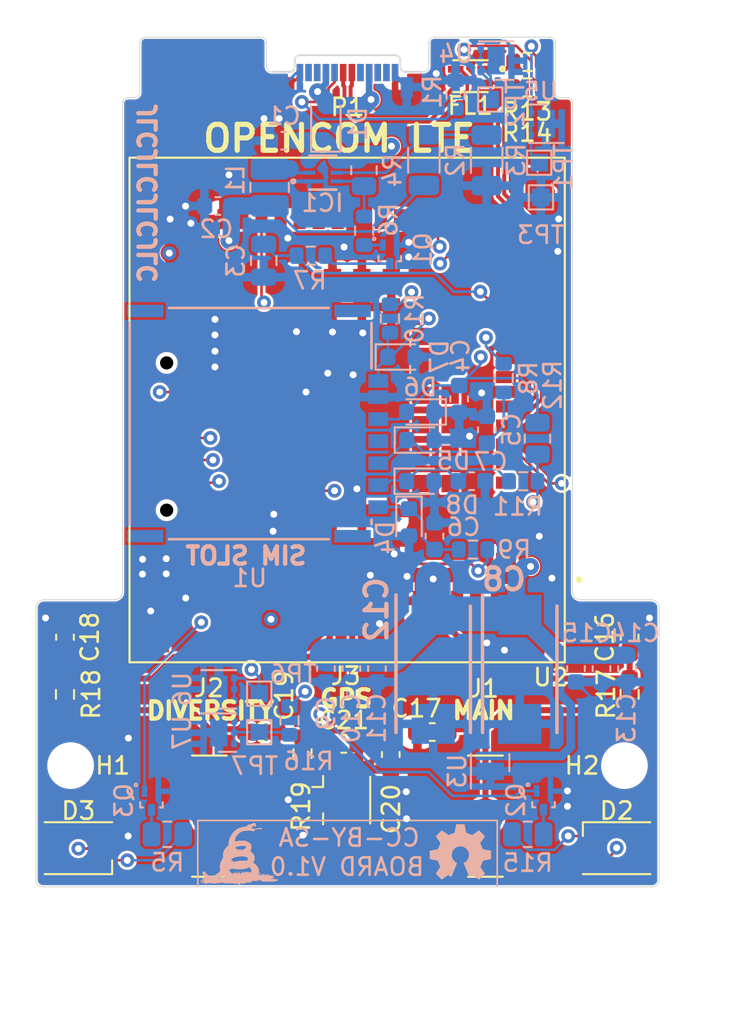
<source format=kicad_pcb>
(kicad_pcb (version 20221018) (generator pcbnew)

  (general
    (thickness 0.8)
  )

  (paper "A4")
  (layers
    (0 "F.Cu" signal)
    (1 "In1.Cu" signal)
    (2 "In2.Cu" signal)
    (31 "B.Cu" signal)
    (32 "B.Adhes" user "B.Adhesive")
    (33 "F.Adhes" user "F.Adhesive")
    (34 "B.Paste" user)
    (35 "F.Paste" user)
    (36 "B.SilkS" user "B.Silkscreen")
    (37 "F.SilkS" user "F.Silkscreen")
    (38 "B.Mask" user)
    (39 "F.Mask" user)
    (40 "Dwgs.User" user "User.Drawings")
    (41 "Cmts.User" user "User.Comments")
    (42 "Eco1.User" user "User.Eco1")
    (43 "Eco2.User" user "User.Eco2")
    (44 "Edge.Cuts" user)
    (45 "Margin" user)
    (46 "B.CrtYd" user "B.Courtyard")
    (47 "F.CrtYd" user "F.Courtyard")
    (48 "B.Fab" user)
    (49 "F.Fab" user)
    (50 "User.1" user)
    (51 "User.2" user)
    (52 "User.3" user)
    (53 "User.4" user)
    (54 "User.5" user)
    (55 "User.6" user)
    (56 "User.7" user)
    (57 "User.8" user)
    (58 "User.9" user)
  )

  (setup
    (stackup
      (layer "F.SilkS" (type "Top Silk Screen"))
      (layer "F.Paste" (type "Top Solder Paste"))
      (layer "F.Mask" (type "Top Solder Mask") (thickness 0.01))
      (layer "F.Cu" (type "copper") (thickness 0.035))
      (layer "dielectric 1" (type "prepreg") (thickness 0.1) (material "FR4") (epsilon_r 4.5) (loss_tangent 0.02))
      (layer "In1.Cu" (type "copper") (thickness 0.035))
      (layer "dielectric 2" (type "core") (thickness 0.44) (material "FR4") (epsilon_r 4.5) (loss_tangent 0.02))
      (layer "In2.Cu" (type "copper") (thickness 0.035))
      (layer "dielectric 3" (type "prepreg") (thickness 0.1) (material "FR4") (epsilon_r 4.5) (loss_tangent 0.02))
      (layer "B.Cu" (type "copper") (thickness 0.035))
      (layer "B.Mask" (type "Bottom Solder Mask") (thickness 0.01))
      (layer "B.Paste" (type "Bottom Solder Paste"))
      (layer "B.SilkS" (type "Bottom Silk Screen"))
      (copper_finish "None")
      (dielectric_constraints no)
    )
    (pad_to_mask_clearance 0)
    (pcbplotparams
      (layerselection 0x00010fc_ffffffff)
      (plot_on_all_layers_selection 0x0000000_00000000)
      (disableapertmacros false)
      (usegerberextensions false)
      (usegerberattributes true)
      (usegerberadvancedattributes true)
      (creategerberjobfile true)
      (dashed_line_dash_ratio 12.000000)
      (dashed_line_gap_ratio 3.000000)
      (svgprecision 4)
      (plotframeref false)
      (viasonmask false)
      (mode 1)
      (useauxorigin false)
      (hpglpennumber 1)
      (hpglpenspeed 20)
      (hpglpendiameter 15.000000)
      (dxfpolygonmode true)
      (dxfimperialunits true)
      (dxfusepcbnewfont true)
      (psnegative false)
      (psa4output false)
      (plotreference true)
      (plotvalue true)
      (plotinvisibletext false)
      (sketchpadsonfab false)
      (subtractmaskfromsilk false)
      (outputformat 1)
      (mirror false)
      (drillshape 0)
      (scaleselection 1)
      (outputdirectory "")
    )
  )

  (net 0 "")
  (net 1 "VBUS")
  (net 2 "GND")
  (net 3 "+3V8")
  (net 4 "/POWER_GOOD")
  (net 5 "/USIM_PRESENCE")
  (net 6 "/ANT_MAIN")
  (net 7 "/ANT_DIV")
  (net 8 "/ANT_GNSS")
  (net 9 "Net-(J3-In)")
  (net 10 "Net-(D1-A)")
  (net 11 "Net-(D2-K)")
  (net 12 "Net-(D3-K)")
  (net 13 "/USB_D+")
  (net 14 "/USB_D-")
  (net 15 "Net-(IC1-SW)")
  (net 16 "Net-(IC1-FB)")
  (net 17 "Net-(IC1-PG)")
  (net 18 "Net-(P1-CC)")
  (net 19 "unconnected-(P1-VCONN-PadB5)")
  (net 20 "Net-(Q1-B)")
  (net 21 "Net-(Q1-C)")
  (net 22 "/NETLIGHT")
  (net 23 "Net-(Q2-C)")
  (net 24 "/STATUS")
  (net 25 "Net-(Q3-C)")
  (net 26 "/USIM_RST")
  (net 27 "/USIM_CLK")
  (net 28 "/VDD_EXT")
  (net 29 "/USIM_DATA")
  (net 30 "Net-(R13-Pad1)")
  (net 31 "Net-(R14-Pad1)")
  (net 32 "Net-(R16-Pad2)")
  (net 33 "Net-(U2-USB_BOOT)")
  (net 34 "unconnected-(U1-VPP-PadC6)")
  (net 35 "unconnected-(U2-RESET_N-Pad17)")
  (net 36 "unconnected-(U2-PCM_DOUT-Pad7)")
  (net 37 "unconnected-(U2-PCM_DIN-Pad6)")
  (net 38 "unconnected-(U2-PCM_SYNC-Pad5)")
  (net 39 "unconnected-(U2-PCM_CLK-Pad4)")
  (net 40 "unconnected-(U2-RI-Pad39)")
  (net 41 "unconnected-(U2-DCD-Pad38)")
  (net 42 "unconnected-(U2-RTS-Pad37)")
  (net 43 "unconnected-(U2-CTS-Pad36)")
  (net 44 "unconnected-(U2-TXD-Pad35)")
  (net 45 "unconnected-(U2-RXD-Pad34)")
  (net 46 "unconnected-(U2-I2C_SCL-Pad40)")
  (net 47 "unconnected-(U2-I2C_SDA-Pad41)")
  (net 48 "unconnected-(U2-ADC0-Pad24)")
  (net 49 "unconnected-(U2-AP_READY-Pad19)")
  (net 50 "unconnected-(U2-DTR-Pad30)")
  (net 51 "unconnected-(U2-SPI_MISO-Pad28)")
  (net 52 "unconnected-(U2-SPI_MOSI-Pad27)")
  (net 53 "unconnected-(U2-SPI_CLK-Pad26)")
  (net 54 "unconnected-(U2-USIM2_RST-Pad85)")
  (net 55 "unconnected-(U2-USIM2_CLK-Pad84)")
  (net 56 "unconnected-(U2-USIM2_PRESENCE-Pad83)")
  (net 57 "unconnected-(U2-USIM2_DATA-Pad86)")
  (net 58 "unconnected-(U2-USIM2_VDD-Pad87)")
  (net 59 "/USIM_VDD")
  (net 60 "Net-(U1-RST)")
  (net 61 "Net-(U1-CLK)")
  (net 62 "Net-(U1-I{slash}O)")
  (net 63 "Net-(C17-Pad1)")
  (net 64 "Net-(C19-Pad1)")
  (net 65 "/USBC_D+")
  (net 66 "/USBC_D-")
  (net 67 "unconnected-(U2-RESERVED-Pad18)")
  (net 68 "unconnected-(U2-DBG_RXD-Pad22)")

  (footprint "CONSMA002-SMD:LINX_CONSMA002-SMD" (layer "F.Cu") (at 151.72 142.15))

  (footprint "Resistor_SMD:R_0603_1608Metric" (layer "F.Cu") (at 154.15 98.575 180))

  (footprint "Resistor_SMD:R_0603_1608Metric_Pad0.98x0.95mm_HandSolder" (layer "F.Cu") (at 160.05 135.1125 -90))

  (footprint "LED_SMD:LED_Cree-PLCC4_3.2x2.8mm_CCW" (layer "F.Cu") (at 128.2 144 180))

  (footprint "Capacitor_SMD:C_0603_1608Metric_Pad1.08x0.95mm_HandSolder" (layer "F.Cu") (at 146.25 138.5875 -90))

  (footprint "Resistor_SMD:R_0603_1608Metric_Pad0.98x0.95mm_HandSolder" (layer "F.Cu") (at 141.15 138.5375 -90))

  (footprint "Connector_USB:USB_C_Plug_Molex_105444" (layer "F.Cu") (at 143.75 99.15))

  (footprint "MountingHole:MountingHole_2.2mm_M2" (layer "F.Cu") (at 159.75 139.23))

  (footprint "LED_SMD:LED_Cree-PLCC4_3.2x2.8mm_CCW" (layer "F.Cu") (at 159.3 144))

  (footprint "CONSMA002-SMD:LINX_CONSMA002-SMD" (layer "F.Cu") (at 135.77 142.15))

  (footprint "Capacitor_SMD:C_0603_1608Metric_Pad1.08x0.95mm_HandSolder" (layer "F.Cu") (at 160.05 131.8125 90))

  (footprint "Capacitor_SMD:C_0603_1608Metric_Pad1.08x0.95mm_HandSolder" (layer "F.Cu") (at 138.7675 137.29))

  (footprint "Capacitor_SMD:C_0603_1608Metric_Pad1.08x0.95mm_HandSolder" (layer "F.Cu") (at 127.425 131.8125 90))

  (footprint "Capacitor_SMD:C_0603_1608Metric_Pad1.08x0.95mm_HandSolder" (layer "F.Cu") (at 148.6475 137.29 180))

  (footprint "Capacitor_SMD:C_0603_1608Metric_Pad1.08x0.95mm_HandSolder" (layer "F.Cu") (at 143.5375 137.975))

  (footprint "Resistor_SMD:R_0603_1608Metric_Pad0.98x0.95mm_HandSolder" (layer "F.Cu") (at 127.425 135.1125 -90))

  (footprint "MountingHole:MountingHole_2.2mm_M2" (layer "F.Cu") (at 127.75 139.23))

  (footprint "Resistor_SMD:R_0603_1608Metric" (layer "F.Cu") (at 154.15 100.05 180))

  (footprint "DLW21SN900SQ2L:FIL_DLW21SN900SQ2L" (layer "F.Cu") (at 150.85 99.4 180))

  (footprint "EG95:XCVR_EG95" (layer "F.Cu")
    (tstamp f851ed5b-4e23-405b-b1aa-e8d65dde7576)
    (at 143.73 118.685 180)
    (property "MANUFACTURER" "Quectel")
    (property "MAXIMUM_PACKAGE_HEIGHT" "2.5mm")
    (property "PARTREV" "1.5")
    (property "STANDARD" "Manufacturer Recommendations")
    (property "Sheetfile" "Roamer.kicad_sch")
    (property "Sheetname" "")
    (path "/e6a6b14f-fc94-4e9b-b34c-71e0e50cdc39")
    (attr smd)
    (fp_text reference "U2" (at -11.76 -15.445) (layer "F.SilkS")
        (effects (font (size 1 1) (thickness 0.153)))
      (tstamp 1d464947-5842-4187-a9bd-c30a4e55b624)
    )
    (fp_text value "EG95" (at -12.635 15.715) (layer "F.Fab")
        (effects (font (size 1 1) (thickness 0.15)))
      (tstamp 7b80973e-b338-4301-a0a8-35a68cefc798)
    )
    (fp_circle (center -5.95 -4.25) (end -5.478 -4.25)
      (stroke (width 0) (type solid)) (fill solid) (layer "F.Paste") (tstamp 67d3b74d-81a9-43e5-82a0-a58ecb94a205))
    (fp_circle (center -5.95 -2.55) (end -5.478 -2.55)
      (stroke (width 0) (type solid)) (fill solid) (layer "F.Paste") (tstamp 12d7749c-79c9-41a7-b0f5-19f3bfe17632))
    (fp_circle (center -5.95 -0.85) (end -5.478 -0.85)
      (stroke (width 0) (type solid)) (fill solid) (layer "F.Paste") (tstamp 4e384b70-bee1-4f3c-923a-35ca47ab2658))
    (fp_circle (center -5.95 0.85) (end -5.478 0.85)
      (stroke (width 0) (type solid)) (fill solid) (layer "F.Paste") (tstamp 6d05fc8f-1146-4558-87f4-124d02db3765))
    (fp_circle (center -5.95 2.55) (end -5.478 2.55)
      (stroke (width 0) (type solid)) (fill solid) (layer "F.Paste") (tstamp 357ed333-a131-4460-9f03-f99d16791163))
    (fp_circle (center -5.95 4.25) (end -5.478 4.25)
      (stroke (width 0) (type solid)) (fill solid) (layer "F.Paste") (tstamp 63f94867-3c9e-4667-930a-fee0f1e2ebe2))
    (fp_circle (center -4.25 -4.25) (end -3.778 -4.25)
      (stroke (width 0) (type solid)) (fill solid) (layer "F.Paste") (tstamp 13cc66c6-7510-4e83-a694-d08949b734e5))
    (fp_circle (center -4.25 -2.55) (end -3.778 -2.55)
      (stroke (width 0) (type solid)) (fill solid) (layer "F.Paste") (tstamp 8c7a9cf3-ddbd-4b7c-bebc-49031a5e6d73))
    (fp_circle (center -4.25 -0.85) (end -3.778 -0.85)
      (stroke (width 0) (type solid)) (fill solid) (layer "F.Paste") (tstamp 3d9d3b4e-af9b-4dbc-9336-c29b3746faba))
    (fp_circle (center -4.25 0.85) (end -3.778 0.85)
      (stroke (width 0) (type solid)) (fill solid) (layer "F.Paste") (tstamp 690ddcd6-4d8e-42c0-ad75-ff9db3797b01))
    (fp_circle (center -4.25 2.55) (end -3.778 2.55)
      (stroke (width 0) (type solid)) (fill solid) (layer "F.Paste") (tstamp 75b36f97-51b2-4f40-b557-750c42c33062))
    (fp_circle (center -4.25 4.25) (end -3.778 4.25)
      (stroke (width 0) (type solid)) (fill solid) (layer "F.Paste") (tstamp 4e758d36-1513-487c-9267-fc087fa18d60))
    (fp_circle (center -2.55 -7.65) (end -2.078 -7.65)
      (stroke (width 0) (type solid)) (fill solid) (layer "F.Paste") (tstamp 3633692c-49f1-42ca-94b0-b891b5a33b8a))
    (fp_circle (center -2.55 -5.95) (end -2.078 -5.95)
      (stroke (width 0) (type solid)) (fill solid) (layer "F.Paste") (tstamp daf7962a-2a44-472f-b9c9-8c84ea1849f8))
    (fp_circle (center -2.55 5.95) (end -2.078 5.95)
      (stroke (width 0) (type solid)) (fill solid) (layer "F.Paste") (tstamp 32fabbac-dc5d-4778-92ac-b5c62bce09fe))
    (fp_circle (center -2.55 7.65) (end -2.078 7.65)
      (stroke (width 0) (type solid)) (fill solid) (layer "F.Paste") (tstamp b9df1aa6-a689-4293-8753-7c59f8230178))
    (fp_circle (center -0.85 -7.65) (end -0.378 -7.65)
      (stroke (width 0) (type solid)) (fill solid) (layer "F.Paste") (tstamp 4d0be172-5136-470d-b73a-7a8cb51ed73c))
    (fp_circle (center -0.85 -5.95) (end -0.378 -5.95)
      (stroke (width 0) (type solid)) (fill solid) (layer "F.Paste") (tstamp e9ad7bc7-db7f-41e8-8090-37c9b439c87a))
    (fp_circle (center -0.85 5.95) (end -0.378 5.95)
      (stroke (width 0) (type solid)) (fill solid) (layer "F.Paste") (tstamp 4a30cd4e-e496-41e4-82a6-3686d3ecb188))
    (fp_circle (center -0.85 7.65) (end -0.378 7.65)
      (stroke (width 0) (type solid)) (fill solid) (layer "F.Paste") (tstamp 55b8e7ce-c026-444a-87d3-c25fb53b51c9))
    (fp_circle (center 0.85 -7.65) (end 1.322 -7.65)
      (stroke (width 0) (type solid)) (fill solid) (layer "F.Paste") (tstamp 32b20396-c9b0-4873-b9ba-fa2c66fc98d1))
    (fp_circle (center 0.85 -5.95) (end 1.322 -5.95)
      (stroke (width 0) (type solid)) (fill solid) (layer "F.Paste") (tstamp e03b0b90-06f2-4e0d-a234-628bf843efeb))
    (fp_circle (center 0.85 5.95) (end 1.322 5.95)
      (stroke (width 0) (type solid)) (fill solid) (layer "F.Paste") (tstamp 117ba3fd-2c95-455c-a1fb-79870f2b7c3e))
    (fp_circle (center 0.85 7.65) (end 1.322 7.65)
      (stroke (width 0) (type solid)) (fill solid) (layer "F.Paste") (tstamp 9cebe8bb-5944-4532-84f3-4db69cb5a267))
    (fp_circle (center 2.55 -7.65) (end 3.022 -7.65)
      (stroke (width 0) (type solid)) (fill solid) (layer "F.Paste") (tstamp 4591d32e-0bfd-40f2-a436-d8c4a8df7b9c))
    (fp_circle (center 2.55 -5.95) (end 3.022 -5.95)
      (stroke (width 0) (type solid)) (fill solid) (layer "F.Paste") (tstamp 27feb6eb-48a0-44e1-945e-be4be8aa40cb))
    (fp_circle (center 2.55 5.95) (end 3.022 5.95)
      (stroke (width 0) (type solid)) (fill solid) (layer "F.Paste") (tstamp d0d20436-b778-4fa3-9675-56b791c3d56f))
    (fp_circle (center 2.55 7.65) (end 3.022 7.65)
      (stroke (width 0) (type solid)) (fill solid) (layer "F.Paste") (tstamp defa867d-6b76-49c8-bb58-cf6b459a29a2))
    (fp_circle (center 4.25 -4.25) (end 4.722 -4.25)
      (stroke (width 0) (type solid)) (fill solid) (layer "F.Paste") (tstamp 025de2ef-81a6-402c-bdfe-0f3340f36076))
    (fp_circle (center 4.25 -2.55) (end 4.722 -2.55)
      (stroke (width 0) (type solid)) (fill solid) (layer "F.Paste") (tstamp 920f3030-f3a9-49d9-98b1-ba1e7a6cde5b))
    (fp_circle (center 4.25 -0.85) (end 4.722 -0.85)
      (stroke (width 0) (type solid)) (fill solid) (layer "F.Paste") (tstamp cf2d715c-b57e-4e29-b1b7-62efa84a9561))
    (fp_circle (center 4.25 0.85) (end 4.722 0.85)
      (stroke (width 0) (type solid)) (fill solid) (layer "F.Paste") (tstamp ca71414b-1dcf-458c-9ec7-99f7644ea8d3))
    (fp_circle (center 4.25 2.55) (end 4.722 2.55)
      (stroke (width 0) (type solid)) (fill solid) (layer "F.Paste") (tstamp c74df507-238b-4f61-b908-673a0ad914c0))
    (fp_circle (center 4.25 4.25) (end 4.722 4.25)
      (stroke (width 0) (type solid)) (fill solid) (layer "F.Paste") (tstamp 89941a95-52f2-4f01-b5ae-ea2ee97dc086))
    (fp_circle (center 5.95 -4.25) (end 6.422 -4.25)
      (stroke (width 0) (type solid)) (fill solid) (layer "F.Paste") (tstamp 464d7fed-1c31-488c-ad54-5f06dec5a552))
    (fp_circle (center 5.95 -2.55) (end 6.422 -2.55)
      (stroke (width 0) (type solid)) (fill solid) (layer "F.Paste") (tstamp 7989918b-1f57-4399-89ef-f58e0c36eb2c))
    (fp_circle (center 5.95 -0.85) (end 6.422 -0.85)
      (stroke (width 0) (type solid)) (fill solid) (layer "F.Paste") (tstamp 338601a2-47bf-49f9-ba85-32e5a710140d))
    (fp_circle (center 5.95 0.85) (end 6.422 0.85)
      (stroke (width 0) (type solid)) (fill solid) (layer "F.Paste") (tstamp 12da4203-b063-4a2b-968e-3657dc112560))
    (fp_circle (center 5.95 2.55) (end 6.422 2.55)
      (stroke (width 0) (type solid)) (fill solid) (layer "F.Paste") (tstamp 7f6528a6-3a92-4aca-ba64-fc076fca4400))
    (fp_circle (center 5.95 4.25) (end 6.422 4.25)
      (stroke (width 0) (type solid)) (fill solid) (layer "F.Paste") (tstamp faf3a879-e27f-4ff1-b81f-1530938d56fc))
    (fp_poly
      (pts
        (xy -11.66 -13.66)
        (xy -10.64 -13.66)
        (xy -10.64 -12.64)
        (xy -11.66 -12.64)
      )

      (stroke (width 0.01) (type solid)) (fill solid) (layer "F.Paste") (tstamp a4cf9f7c-fc80-4a6e-8aed-8618a06b9c70))
    (fp_poly
      (pts
        (xy -10.54 13.56)
        (xy -10.78 13.56)
        (xy -11.56 12.78)
        (xy -11.56 12.54)
        (xy -10.54 12.54)
      )

      (stroke (width 0.0001) (type solid)) (fill solid) (layer "F.Paste") (tstamp 36e8bdf4-fab0-480a-ae07-fd85752c3d27))
    (fp_poly
      (pts
        (xy -10.54 13.56)
        (xy -10.78 13.56)
        (xy -11.56 12.78)
        (xy -11.56 12.54)
        (xy -10.54 12.54)
      )

      (stroke (width 0.0001) (type solid)) (fill solid) (layer "F.Paste") (tstamp fb33d6b7-c026-42c4-b8ab-e0e13b2d656e))
    (fp_poly
      (pts
        (xy 10.54 -13.56)
        (xy 10.78 -13.56)
        (xy 11.56 -12.78)
        (xy 11.56 -12.54)
        (xy 10.54 -12.54)
      )

      (stroke (width 0.0001) (type solid)) (fill solid) (layer "F.Paste") (tstamp 74c62a22-a856-4ac7-bb7a-1febdc12e728))
    (fp_poly
      (pts
        (xy 10.54 13.56)
        (xy 10.78 13.56)
        (xy 11.56 12.78)
        (xy 11.56 12.54)
        (xy 10.54 12.54)
      )

      (stroke (width 0.0001) (type solid)) (fill solid) (layer "F.Paste") (tstamp c4360858-c8a5-42dc-836e-f31e91c33908))
    (fp_poly
      (pts
        (xy -9.525 -9.98)
        (xy -8.825 -9.98)
        (xy -8.819 -9.98)
        (xy -8.814 -9.979)
        (xy -8.808 -9.979)
        (xy -8.802 -9.978)
        (xy -8.797 -9.976)
        (xy -8.791 -9.975)
        (xy -8.786 -9.973)
        (xy -8.78 -9.97)
        (xy -8.775 -9.968)
        (xy -8.77 -9.965)
        (xy -8.765 -9.962)
        (xy -8.76 -9.959)
        (xy -8.756 -9.955)
        (xy -8.751 -9.952)
        (xy -8.747 -9.948)
        (xy -8.743 -9.944)
        (xy -8.74 -9.939)
        (xy -8.736 -9.935)
        (xy -8.733 -9.93)
        (xy -8.73 -9.925)
        (xy -8.727 -9.92)
        (xy -8.725 -9.915)
        (xy -8.722 -9.909)
        (xy -8.72 -9.904)
        (xy -8.719 -9.898)
        (xy -8.717 -9.893)
        (xy -8.716 -9.887)
        (xy -8.716 -9.881)
        (xy -8.715 -9.876)
        (xy -8.715 -9.87)
        (xy -8.715 -9.53)
        (xy -8.715 -9.524)
        (xy -8.716 -9.519)
        (xy -8.716 -9.513)
        (xy -8.717 -9.507)
        (xy -8.719 -9.502)
        (xy -8.72 -9.496)
        (xy -8.722 -9.491)
        (xy -8.725 -9.485)
        (xy -8.727 -9.48)
        (xy -8.73 -9.475)
        (xy -8.733 -9.47)
        (xy -8.736 -9.465)
        (xy -8.74 -9.461)
        (xy -8.743 -9.456)
        (xy -8.747 -9.452)
        (xy -8.751 -9.448)
        (xy -8.756 -9.445)
        (xy -8.76 -9.441)
        (xy -8.765 -9.438)
        (xy -8.77 -9.435)
        (xy -8.775 -9.432)
        (xy -8.78 -9.43)
        (xy -8.786 -9.427)
        (xy -8.791 -9.425)
        (xy -8.797 -9.424)
        (xy -8.802 -9.422)
        (xy -8.808 -9.421)
        (xy -8.814 -9.421)
        (xy -8.819 -9.42)
        (xy -8.825 -9.42)
        (xy -9.525 -9.42)
        (xy -9.531 -9.42)
        (xy -9.536 -9.421)
        (xy -9.542 -9.421)
        (xy -9.548 -9.422)
        (xy -9.553 -9.424)
        (xy -9.559 -9.425)
        (xy -9.564 -9.427)
        (xy -9.57 -9.43)
        (xy -9.575 -9.432)
        (xy -9.58 -9.435)
        (xy -9.585 -9.438)
        (xy -9.59 -9.441)
        (xy -9.594 -9.445)
        (xy -9.599 -9.448)
        (xy -9.603 -9.452)
        (xy -9.607 -9.456)
        (xy -9.61 -9.461)
        (xy -9.614 -9.465)
        (xy -9.617 -9.47)
        (xy -9.62 -9.475)
        (xy -9.623 -9.48)
        (xy -9.625 -9.485)
        (xy -9.628 -9.491)
        (xy -9.63 -9.496)
        (xy -9.631 -9.502)
        (xy -9.633 -9.507)
        (xy -9.634 -9.513)
        (xy -9.634 -9.519)
        (xy -9.635 -9.524)
        (xy -9.635 -9.53)
        (xy -9.635 -9.87)
        (xy -9.635 -9.876)
        (xy -9.634 -9.881)
        (xy -9.634 -9.887)
        (xy -9.633 -9.893)
        (xy -9.631 -9.898)
        (xy -9.63 -9.904)
        (xy -9.628 -9.909)
        (xy -9.625 -9.915)
        (xy -9.623 -9.92)
        (xy -9.62 -9.925)
        (xy -9.617 -9.93)
        (xy -9.614 -9.935)
        (xy -9.61 -9.939)
        (xy -9.607 -9.944)
        (xy -9.603 -9.948)
        (xy -9.599 -9.952)
        (xy -9.594 -9.955)
        (xy -9.59 -9.959)
        (xy -9.585 -9.962)
        (xy -9.58 -9.965)
        (xy -9.575 -9.968)
        (xy -9.57 -9.97)
        (xy -9.564 -9.973)
        (xy -9.559 -9.975)
        (xy -9.553 -9.976)
        (xy -9.548 -9.978)
        (xy -9.542 -9.979)
        (xy -9.536 -9.979)
        (xy -9.531 -9.98)
        (xy -9.525 -9.98)
      )

      (stroke (width 0.0001) (type solid)) (fill solid) (layer "F.Paste") (tstamp 381fb920-c57b-4d2c-bff1-181bec3e7f23))
    (fp_poly
      (pts
        (xy -9.525 -8.88)
        (xy -8.825 -8.88)
        (xy -8.819 -8.88)
        (xy -8.814 -8.879)
        (xy -8.808 -8.879)
        (xy -8.802 -8.878)
        (xy -8.797 -8.876)
        (xy -8.791 -8.875)
        (xy -8.786 -8.873)
        (xy -8.78 -8.87)
        (xy -8.775 -8.868)
        (xy -8.77 -8.865)
        (xy -8.765 -8.862)
        (xy -8.76 -8.859)
        (xy -8.756 -8.855)
        (xy -8.751 -8.852)
        (xy -8.747 -8.848)
        (xy -8.743 -8.844)
        (xy -8.74 -8.839)
        (xy -8.736 -8.835)
        (xy -8.733 -8.83)
        (xy -8.73 -8.825)
        (xy -8.727 -8.82)
        (xy -8.725 -8.815)
        (xy -8.722 -8.809)
        (xy -8.72 -8.804)
        (xy -8.719 -8.798)
        (xy -8.717 -8.793)
        (xy -8.716 -8.787)
        (xy -8.716 -8.781)
        (xy -8.715 -8.776)
        (xy -8.715 -8.77)
        (xy -8.715 -8.43)
        (xy -8.715 -8.424)
        (xy -8.716 -8.419)
        (xy -8.716 -8.413)
        (xy -8.717 -8.407)
        (xy -8.719 -8.402)
        (xy -8.72 -8.396)
        (xy -8.722 -8.391)
        (xy -8.725 -8.385)
        (xy -8.727 -8.38)
        (xy -8.73 -8.375)
        (xy -8.733 -8.37)
        (xy -8.736 -8.365)
        (xy -8.74 -8.361)
        (xy -8.743 -8.356)
        (xy -8.747 -8.352)
        (xy -8.751 -8.348)
        (xy -8.756 -8.345)
        (xy -8.76 -8.341)
        (xy -8.765 -8.338)
        (xy -8.77 -8.335)
        (xy -8.775 -8.332)
        (xy -8.78 -8.33)
        (xy -8.786 -8.327)
        (xy -8.791 -8.325)
        (xy -8.797 -8.324)
        (xy -8.802 -8.322)
        (xy -8.808 -8.321)
        (xy -8.814 -8.321)
        (xy -8.819 -8.32)
        (xy -8.825 -8.32)
        (xy -9.525 -8.32)
        (xy -9.531 -8.32)
        (xy -9.536 -8.321)
        (xy -9.542 -8.321)
        (xy -9.548 -8.322)
        (xy -9.553 -8.324)
        (xy -9.559 -8.325)
        (xy -9.564 -8.327)
        (xy -9.57 -8.33)
        (xy -9.575 -8.332)
        (xy -9.58 -8.335)
        (xy -9.585 -8.338)
        (xy -9.59 -8.341)
        (xy -9.594 -8.345)
        (xy -9.599 -8.348)
        (xy -9.603 -8.352)
        (xy -9.607 -8.356)
        (xy -9.61 -8.361)
        (xy -9.614 -8.365)
        (xy -9.617 -8.37)
        (xy -9.62 -8.375)
        (xy -9.623 -8.38)
        (xy -9.625 -8.385)
        (xy -9.628 -8.391)
        (xy -9.63 -8.396)
        (xy -9.631 -8.402)
        (xy -9.633 -8.407)
        (xy -9.634 -8.413)
        (xy -9.634 -8.419)
        (xy -9.635 -8.424)
        (xy -9.635 -8.43)
        (xy -9.635 -8.77)
        (xy -9.635 -8.776)
        (xy -9.634 -8.781)
        (xy -9.634 -8.787)
        (xy -9.633 -8.793)
        (xy -9.631 -8.798)
        (xy -9.63 -8.804)
        (xy -9.628 -8.809)
        (xy -9.625 -8.815)
        (xy -9.623 -8.82)
        (xy -9.62 -8.825)
        (xy -9.617 -8.83)
        (xy -9.614 -8.835)
        (xy -9.61 -8.839)
        (xy -9.607 -8.844)
        (xy -9.603 -8.848)
        (xy -9.599 -8.852)
        (xy -9.594 -8.855)
        (xy -9.59 -8.859)
        (xy -9.585 -8.862)
        (xy -9.58 -8.865)
        (xy -9.575 -8.868)
        (xy -9.57 -8.87)
        (xy -9.564 -8.873)
        (xy -9.559 -8.875)
        (xy -9.553 -8.876)
        (xy -9.548 -8.878)
        (xy -9.542 -8.879)
        (xy -9.536 -8.879)
        (xy -9.531 -8.88)
        (xy -9.525 -8.88)
      )

      (stroke (width 0.0001) (type solid)) (fill solid) (layer "F.Paste") (tstamp 15a79106-df97-4493-8a49-601ca5566463))
    (fp_poly
      (pts
        (xy -9.525 -7.78)
        (xy -8.825 -7.78)
        (xy -8.819 -7.78)
        (xy -8.814 -7.779)
        (xy -8.808 -7.779)
        (xy -8.802 -7.778)
        (xy -8.797 -7.776)
        (xy -8.791 -7.775)
        (xy -8.786 -7.773)
        (xy -8.78 -7.77)
        (xy -8.775 -7.768)
        (xy -8.77 -7.765)
        (xy -8.765 -7.762)
        (xy -8.76 -7.759)
        (xy -8.756 -7.755)
        (xy -8.751 -7.752)
        (xy -8.747 -7.748)
        (xy -8.743 -7.744)
        (xy -8.74 -7.739)
        (xy -8.736 -7.735)
        (xy -8.733 -7.73)
        (xy -8.73 -7.725)
        (xy -8.727 -7.72)
        (xy -8.725 -7.715)
        (xy -8.722 -7.709)
        (xy -8.72 -7.704)
        (xy -8.719 -7.698)
        (xy -8.717 -7.693)
        (xy -8.716 -7.687)
        (xy -8.716 -7.681)
        (xy -8.715 -7.676)
        (xy -8.715 -7.67)
        (xy -8.715 -7.33)
        (xy -8.715 -7.324)
        (xy -8.716 -7.319)
        (xy -8.716 -7.313)
        (xy -8.717 -7.307)
        (xy -8.719 -7.302)
        (xy -8.72 -7.296)
        (xy -8.722 -7.291)
        (xy -8.725 -7.285)
        (xy -8.727 -7.28)
        (xy -8.73 -7.275)
        (xy -8.733 -7.27)
        (xy -8.736 -7.265)
        (xy -8.74 -7.261)
        (xy -8.743 -7.256)
        (xy -8.747 -7.252)
        (xy -8.751 -7.248)
        (xy -8.756 -7.245)
        (xy -8.76 -7.241)
        (xy -8.765 -7.238)
        (xy -8.77 -7.235)
        (xy -8.775 -7.232)
        (xy -8.78 -7.23)
        (xy -8.786 -7.227)
        (xy -8.791 -7.225)
        (xy -8.797 -7.224)
        (xy -8.802 -7.222)
        (xy -8.808 -7.221)
        (xy -8.814 -7.221)
        (xy -8.819 -7.22)
        (xy -8.825 -7.22)
        (xy -9.525 -7.22)
        (xy -9.531 -7.22)
        (xy -9.536 -7.221)
        (xy -9.542 -7.221)
        (xy -9.548 -7.222)
        (xy -9.553 -7.224)
        (xy -9.559 -7.225)
        (xy -9.564 -7.227)
        (xy -9.57 -7.23)
        (xy -9.575 -7.232)
        (xy -9.58 -7.235)
        (xy -9.585 -7.238)
        (xy -9.59 -7.241)
        (xy -9.594 -7.245)
        (xy -9.599 -7.248)
        (xy -9.603 -7.252)
        (xy -9.607 -7.256)
        (xy -9.61 -7.261)
        (xy -9.614 -7.265)
        (xy -9.617 -7.27)
        (xy -9.62 -7.275)
        (xy -9.623 -7.28)
        (xy -9.625 -7.285)
        (xy -9.628 -7.291)
        (xy -9.63 -7.296)
        (xy -9.631 -7.302)
        (xy -9.633 -7.307)
        (xy -9.634 -7.313)
        (xy -9.634 -7.319)
        (xy -9.635 -7.324)
        (xy -9.635 -7.33)
        (xy -9.635 -7.67)
        (xy -9.635 -7.676)
        (xy -9.634 -7.681)
        (xy -9.634 -7.687)
        (xy -9.633 -7.693)
        (xy -9.631 -7.698)
        (xy -9.63 -7.704)
        (xy -9.628 -7.709)
        (xy -9.625 -7.715)
        (xy -9.623 -7.72)
        (xy -9.62 -7.725)
        (xy -9.617 -7.73)
        (xy -9.614 -7.735)
        (xy -9.61 -7.739)
        (xy -9.607 -7.744)
        (xy -9.603 -7.748)
        (xy -9.599 -7.752)
        (xy -9.594 -7.755)
        (xy -9.59 -7.759)
        (xy -9.585 -7.762)
        (xy -9.58 -7.765)
        (xy -9.575 -7.768)
        (xy -9.57 -7.77)
        (xy -9.564 -7.773)
        (xy -9.559 -7.775)
        (xy -9.553 -7.776)
        (xy -9.548 -7.778)
        (xy -9.542 -7.779)
        (xy -9.536 -7.779)
        (xy -9.531 -7.78)
        (xy -9.525 -7.78)
      )

      (stroke (width 0.0001) (type solid)) (fill solid) (layer "F.Paste") (tstamp 0c575af3-6ed1-46a3-bfde-38643bb7e524))
    (fp_poly
      (pts
        (xy -9.525 -6.68)
        (xy -8.825 -6.68)
        (xy -8.819 -6.68)
        (xy -8.814 -6.679)
        (xy -8.808 -6.679)
        (xy -8.802 -6.678)
        (xy -8.797 -6.676)
        (xy -8.791 -6.675)
        (xy -8.786 -6.673)
        (xy -8.78 -6.67)
        (xy -8.775 -6.668)
        (xy -8.77 -6.665)
        (xy -8.765 -6.662)
        (xy -8.76 -6.659)
        (xy -8.756 -6.655)
        (xy -8.751 -6.652)
        (xy -8.747 -6.648)
        (xy -8.743 -6.644)
        (xy -8.74 -6.639)
        (xy -8.736 -6.635)
        (xy -8.733 -6.63)
        (xy -8.73 -6.625)
        (xy -8.727 -6.62)
        (xy -8.725 -6.615)
        (xy -8.722 -6.609)
        (xy -8.72 -6.604)
        (xy -8.719 -6.598)
        (xy -8.717 -6.593)
        (xy -8.716 -6.587)
        (xy -8.716 -6.581)
        (xy -8.715 -6.576)
        (xy -8.715 -6.57)
        (xy -8.715 -6.23)
        (xy -8.715 -6.224)
        (xy -8.716 -6.219)
        (xy -8.716 -6.213)
        (xy -8.717 -6.207)
        (xy -8.719 -6.202)
        (xy -8.72 -6.196)
        (xy -8.722 -6.191)
        (xy -8.725 -6.185)
        (xy -8.727 -6.18)
        (xy -8.73 -6.175)
        (xy -8.733 -6.17)
        (xy -8.736 -6.165)
        (xy -8.74 -6.161)
        (xy -8.743 -6.156)
        (xy -8.747 -6.152)
        (xy -8.751 -6.148)
        (xy -8.756 -6.145)
        (xy -8.76 -6.141)
        (xy -8.765 -6.138)
        (xy -8.77 -6.135)
        (xy -8.775 -6.132)
        (xy -8.78 -6.13)
        (xy -8.786 -6.127)
        (xy -8.791 -6.125)
        (xy -8.797 -6.124)
        (xy -8.802 -6.122)
        (xy -8.808 -6.121)
        (xy -8.814 -6.121)
        (xy -8.819 -6.12)
        (xy -8.825 -6.12)
        (xy -9.525 -6.12)
        (xy -9.531 -6.12)
        (xy -9.536 -6.121)
        (xy -9.542 -6.121)
        (xy -9.548 -6.122)
        (xy -9.553 -6.124)
        (xy -9.559 -6.125)
        (xy -9.564 -6.127)
        (xy -9.57 -6.13)
        (xy -9.575 -6.132)
        (xy -9.58 -6.135)
        (xy -9.585 -6.138)
        (xy -9.59 -6.141)
        (xy -9.594 -6.145)
        (xy -9.599 -6.148)
        (xy -9.603 -6.152)
        (xy -9.607 -6.156)
        (xy -9.61 -6.161)
        (xy -9.614 -6.165)
        (xy -9.617 -6.17)
        (xy -9.62 -6.175)
        (xy -9.623 -6.18)
        (xy -9.625 -6.185)
        (xy -9.628 -6.191)
        (xy -9.63 -6.196)
        (xy -9.631 -6.202)
        (xy -9.633 -6.207)
        (xy -9.634 -6.213)
        (xy -9.634 -6.219)
        (xy -9.635 -6.224)
        (xy -9.635 -6.23)
        (xy -9.635 -6.57)
        (xy -9.635 -6.576)
        (xy -9.634 -6.581)
        (xy -9.634 -6.587)
        (xy -9.633 -6.593)
        (xy -9.631 -6.598)
        (xy -9.63 -6.604)
        (xy -9.628 -6.609)
        (xy -9.625 -6.615)
        (xy -9.623 -6.62)
        (xy -9.62 -6.625)
        (xy -9.617 -6.63)
        (xy -9.614 -6.635)
        (xy -9.61 -6.639)
        (xy -9.607 -6.644)
        (xy -9.603 -6.648)
        (xy -9.599 -6.652)
        (xy -9.594 -6.655)
        (xy -9.59 -6.659)
        (xy -9.585 -6.662)
        (xy -9.58 -6.665)
        (xy -9.575 -6.668)
        (xy -9.57 -6.67)
        (xy -9.564 -6.673)
        (xy -9.559 -6.675)
        (xy -9.553 -6.676)
        (xy -9.548 -6.678)
        (xy -9.542 -6.679)
        (xy -9.536 -6.679)
        (xy -9.531 -6.68)
        (xy -9.525 -6.68)
      )

      (stroke (width 0.0001) (type solid)) (fill solid) (layer "F.Paste") (tstamp 4a9d6eca-1bec-49f3-8d4a-6444aca6165c))
    (fp_poly
      (pts
        (xy -9.525 -5.58)
        (xy -8.825 -5.58)
        (xy -8.819 -5.58)
        (xy -8.814 -5.579)
        (xy -8.808 -5.579)
        (xy -8.802 -5.578)
        (xy -8.797 -5.576)
        (xy -8.791 -5.575)
        (xy -8.786 -5.573)
        (xy -8.78 -5.57)
        (xy -8.775 -5.568)
        (xy -8.77 -5.565)
        (xy -8.765 -5.562)
        (xy -8.76 -5.559)
        (xy -8.756 -5.555)
        (xy -8.751 -5.552)
        (xy -8.747 -5.548)
        (xy -8.743 -5.544)
        (xy -8.74 -5.539)
        (xy -8.736 -5.535)
        (xy -8.733 -5.53)
        (xy -8.73 -5.525)
        (xy -8.727 -5.52)
        (xy -8.725 -5.515)
        (xy -8.722 -5.509)
        (xy -8.72 -5.504)
        (xy -8.719 -5.498)
        (xy -8.717 -5.493)
        (xy -8.716 -5.487)
        (xy -8.716 -5.481)
        (xy -8.715 -5.476)
        (xy -8.715 -5.47)
        (xy -8.715 -5.13)
        (xy -8.715 -5.124)
        (xy -8.716 -5.119)
        (xy -8.716 -5.113)
        (xy -8.717 -5.107)
        (xy -8.719 -5.102)
        (xy -8.72 -5.096)
        (xy -8.722 -5.091)
        (xy -8.725 -5.085)
        (xy -8.727 -5.08)
        (xy -8.73 -5.075)
        (xy -8.733 -5.07)
        (xy -8.736 -5.065)
        (xy -8.74 -5.061)
        (xy -8.743 -5.056)
        (xy -8.747 -5.052)
        (xy -8.751 -5.048)
        (xy -8.756 -5.045)
        (xy -8.76 -5.041)
        (xy -8.765 -5.038)
        (xy -8.77 -5.035)
        (xy -8.775 -5.032)
        (xy -8.78 -5.03)
        (xy -8.786 -5.027)
        (xy -8.791 -5.025)
        (xy -8.797 -5.024)
        (xy -8.802 -5.022)
        (xy -8.808 -5.021)
        (xy -8.814 -5.021)
        (xy -8.819 -5.02)
        (xy -8.825 -5.02)
        (xy -9.525 -5.02)
        (xy -9.531 -5.02)
        (xy -9.536 -5.021)
        (xy -9.542 -5.021)
        (xy -9.548 -5.022)
        (xy -9.553 -5.024)
        (xy -9.559 -5.025)
        (xy -9.564 -5.027)
        (xy -9.57 -5.03)
        (xy -9.575 -5.032)
        (xy -9.58 -5.035)
        (xy -9.585 -5.038)
        (xy -9.59 -5.041)
        (xy -9.594 -5.045)
        (xy -9.599 -5.048)
        (xy -9.603 -5.052)
        (xy -9.607 -5.056)
        (xy -9.61 -5.061)
        (xy -9.614 -5.065)
        (xy -9.617 -5.07)
        (xy -9.62 -5.075)
        (xy -9.623 -5.08)
        (xy -9.625 -5.085)
        (xy -9.628 -5.091)
        (xy -9.63 -5.096)
        (xy -9.631 -5.102)
        (xy -9.633 -5.107)
        (xy -9.634 -5.113)
        (xy -9.634 -5.119)
        (xy -9.635 -5.124)
        (xy -9.635 -5.13)
        (xy -9.635 -5.47)
        (xy -9.635 -5.476)
        (xy -9.634 -5.481)
        (xy -9.634 -5.487)
        (xy -9.633 -5.493)
        (xy -9.631 -5.498)
        (xy -9.63 -5.504)
        (xy -9.628 -5.509)
        (xy -9.625 -5.515)
        (xy -9.623 -5.52)
        (xy -9.62 -5.525)
        (xy -9.617 -5.53)
        (xy -9.614 -5.535)
        (xy -9.61 -5.539)
        (xy -9.607 -5.544)
        (xy -9.603 -5.548)
        (xy -9.599 -5.552)
        (xy -9.594 -5.555)
        (xy -9.59 -5.559)
        (xy -9.585 -5.562)
        (xy -9.58 -5.565)
        (xy -9.575 -5.568)
        (xy -9.57 -5.57)
        (xy -9.564 -5.573)
        (xy -9.559 -5.575)
        (xy -9.553 -5.576)
        (xy -9.548 -5.578)
        (xy -9.542 -5.579)
        (xy -9.536 -5.579)
        (xy -9.531 -5.58)
        (xy -9.525 -5.58)
      )

      (stroke (width 0.0001) (type solid)) (fill solid) (layer "F.Paste") (tstamp e40f3414-f91c-4fbd-a4de-8dc5493441cf))
    (fp_poly
      (pts
        (xy -9.525 -4.48)
        (xy -8.825 -4.48)
        (xy -8.819 -4.48)
        (xy -8.814 -4.479)
        (xy -8.808 -4.479)
        (xy -8.802 -4.478)
        (xy -8.797 -4.476)
        (xy -8.791 -4.475)
        (xy -8.786 -4.473)
        (xy -8.78 -4.47)
        (xy -8.775 -4.468)
        (xy -8.77 -4.465)
        (xy -8.765 -4.462)
        (xy -8.76 -4.459)
        (xy -8.756 -4.455)
        (xy -8.751 -4.452)
        (xy -8.747 -4.448)
        (xy -8.743 -4.444)
        (xy -8.74 -4.439)
        (xy -8.736 -4.435)
        (xy -8.733 -4.43)
        (xy -8.73 -4.425)
        (xy -8.727 -4.42)
        (xy -8.725 -4.415)
        (xy -8.722 -4.409)
        (xy -8.72 -4.404)
        (xy -8.719 -4.398)
        (xy -8.717 -4.393)
        (xy -8.716 -4.387)
        (xy -8.716 -4.381)
        (xy -8.715 -4.376)
        (xy -8.715 -4.37)
        (xy -8.715 -4.03)
        (xy -8.715 -4.024)
        (xy -8.716 -4.019)
        (xy -8.716 -4.013)
        (xy -8.717 -4.007)
        (xy -8.719 -4.002)
        (xy -8.72 -3.996)
        (xy -8.722 -3.991)
        (xy -8.725 -3.985)
        (xy -8.727 -3.98)
        (xy -8.73 -3.975)
        (xy -8.733 -3.97)
        (xy -8.736 -3.965)
        (xy -8.74 -3.961)
        (xy -8.743 -3.956)
        (xy -8.747 -3.952)
        (xy -8.751 -3.948)
        (xy -8.756 -3.945)
        (xy -8.76 -3.941)
        (xy -8.765 -3.938)
        (xy -8.77 -3.935)
        (xy -8.775 -3.932)
        (xy -8.78 -3.93)
        (xy -8.786 -3.927)
        (xy -8.791 -3.925)
        (xy -8.797 -3.924)
        (xy -8.802 -3.922)
        (xy -8.808 -3.921)
        (xy -8.814 -3.921)
        (xy -8.819 -3.92)
        (xy -8.825 -3.92)
        (xy -9.525 -3.92)
        (xy -9.531 -3.92)
        (xy -9.536 -3.921)
        (xy -9.542 -3.921)
        (xy -9.548 -3.922)
        (xy -9.553 -3.924)
        (xy -9.559 -3.925)
        (xy -9.564 -3.927)
        (xy -9.57 -3.93)
        (xy -9.575 -3.932)
        (xy -9.58 -3.935)
        (xy -9.585 -3.938)
        (xy -9.59 -3.941)
        (xy -9.594 -3.945)
        (xy -9.599 -3.948)
        (xy -9.603 -3.952)
        (xy -9.607 -3.956)
        (xy -9.61 -3.961)
        (xy -9.614 -3.965)
        (xy -9.617 -3.97)
        (xy -9.62 -3.975)
        (xy -9.623 -3.98)
        (xy -9.625 -3.985)
        (xy -9.628 -3.991)
        (xy -9.63 -3.996)
        (xy -9.631 -4.002)
        (xy -9.633 -4.007)
        (xy -9.634 -4.013)
        (xy -9.634 -4.019)
        (xy -9.635 -4.024)
        (xy -9.635 -4.03)
        (xy -9.635 -4.37)
        (xy -9.635 -4.376)
        (xy -9.634 -4.381)
        (xy -9.634 -4.387)
        (xy -9.633 -4.393)
        (xy -9.631 -4.398)
        (xy -9.63 -4.404)
        (xy -9.628 -4.409)
        (xy -9.625 -4.415)
        (xy -9.623 -4.42)
        (xy -9.62 -4.425)
        (xy -9.617 -4.43)
        (xy -9.614 -4.435)
        (xy -9.61 -4.439)
        (xy -9.607 -4.444)
        (xy -9.603 -4.448)
        (xy -9.599 -4.452)
        (xy -9.594 -4.455)
        (xy -9.59 -4.459)
        (xy -9.585 -4.462)
        (xy -9.58 -4.465)
        (xy -9.575 -4.468)
        (xy -9.57 -4.47)
        (xy -9.564 -4.473)
        (xy -9.559 -4.475)
        (xy -9.553 -4.476)
        (xy -9.548 -4.478)
        (xy -9.542 -4.479)
        (xy -9.536 -4.479)
        (xy -9.531 -4.48)
        (xy -9.525 -4.48)
      )

      (stroke (width 0.0001) (type solid)) (fill solid) (layer "F.Paste") (tstamp 632251aa-57d5-41fd-a286-0fe541e8b458))
    (fp_poly
      (pts
        (xy -9.525 -3.38)
        (xy -8.825 -3.38)
        (xy -8.819 -3.38)
        (xy -8.814 -3.379)
        (xy -8.808 -3.379)
        (xy -8.802 -3.378)
        (xy -8.797 -3.376)
        (xy -8.791 -3.375)
        (xy -8.786 -3.373)
        (xy -8.78 -3.37)
        (xy -8.775 -3.368)
        (xy -8.77 -3.365)
        (xy -8.765 -3.362)
        (xy -8.76 -3.359)
        (xy -8.756 -3.355)
        (xy -8.751 -3.352)
        (xy -8.747 -3.348)
        (xy -8.743 -3.344)
        (xy -8.74 -3.339)
        (xy -8.736 -3.335)
        (xy -8.733 -3.33)
        (xy -8.73 -3.325)
        (xy -8.727 -3.32)
        (xy -8.725 -3.315)
        (xy -8.722 -3.309)
        (xy -8.72 -3.304)
        (xy -8.719 -3.298)
        (xy -8.717 -3.293)
        (xy -8.716 -3.287)
        (xy -8.716 -3.281)
        (xy -8.715 -3.276)
        (xy -8.715 -3.27)
        (xy -8.715 -2.93)
        (xy -8.715 -2.924)
        (xy -8.716 -2.919)
        (xy -8.716 -2.913)
        (xy -8.717 -2.907)
        (xy -8.719 -2.902)
        (xy -8.72 -2.896)
        (xy -8.722 -2.891)
        (xy -8.725 -2.885)
        (xy -8.727 -2.88)
        (xy -8.73 -2.875)
        (xy -8.733 -2.87)
        (xy -8.736 -2.865)
        (xy -8.74 -2.861)
        (xy -8.743 -2.856)
        (xy -8.747 -2.852)
        (xy -8.751 -2.848)
        (xy -8.756 -2.845)
        (xy -8.76 -2.841)
        (xy -8.765 -2.838)
        (xy -8.77 -2.835)
        (xy -8.775 -2.832)
        (xy -8.78 -2.83)
        (xy -8.786 -2.827)
        (xy -8.791 -2.825)
        (xy -8.797 -2.824)
        (xy -8.802 -2.822)
        (xy -8.808 -2.821)
        (xy -8.814 -2.821)
        (xy -8.819 -2.82)
        (xy -8.825 -2.82)
        (xy -9.525 -2.82)
        (xy -9.531 -2.82)
        (xy -9.536 -2.821)
        (xy -9.542 -2.821)
        (xy -9.548 -2.822)
        (xy -9.553 -2.824)
        (xy -9.559 -2.825)
        (xy -9.564 -2.827)
        (xy -9.57 -2.83)
        (xy -9.575 -2.832)
        (xy -9.58 -2.835)
        (xy -9.585 -2.838)
        (xy -9.59 -2.841)
        (xy -9.594 -2.845)
        (xy -9.599 -2.848)
        (xy -9.603 -2.852)
        (xy -9.607 -2.856)
        (xy -9.61 -2.861)
        (xy -9.614 -2.865)
        (xy -9.617 -2.87)
        (xy -9.62 -2.875)
        (xy -9.623 -2.88)
        (xy -9.625 -2.885)
        (xy -9.628 -2.891)
        (xy -9.63 -2.896)
        (xy -9.631 -2.902)
        (xy -9.633 -2.907)
        (xy -9.634 -2.913)
        (xy -9.634 -2.919)
        (xy -9.635 -2.924)
        (xy -9.635 -2.93)
        (xy -9.635 -3.27)
        (xy -9.635 -3.276)
        (xy -9.634 -3.281)
        (xy -9.634 -3.287)
        (xy -9.633 -3.293)
        (xy -9.631 -3.298)
        (xy -9.63 -3.304)
        (xy -9.628 -3.309)
        (xy -9.625 -3.315)
        (xy -9.623 -3.32)
        (xy -9.62 -3.325)
        (xy -9.617 -3.33)
        (xy -9.614 -3.335)
        (xy -9.61 -3.339)
        (xy -9.607 -3.344)
        (xy -9.603 -3.348)
        (xy -9.599 -3.352)
        (xy -9.594 -3.355)
        (xy -9.59 -3.359)
        (xy -9.585 -3.362)
        (xy -9.58 -3.365)
        (xy -9.575 -3.368)
        (xy -9.57 -3.37)
        (xy -9.564 -3.373)
        (xy -9.559 -3.375)
        (xy -9.553 -3.376)
        (xy -9.548 -3.378)
        (xy -9.542 -3.379)
        (xy -9.536 -3.379)
        (xy -9.531 -3.38)
        (xy -9.525 -3.38)
      )

      (stroke (width 0.0001) (type solid)) (fill solid) (layer "F.Paste") (tstamp 165f453a-045e-47a7-9b07-2475fb0ac687))
    (fp_poly
      (pts
        (xy -9.525 -2.28)
        (xy -8.825 -2.28)
        (xy -8.819 -2.28)
        (xy -8.814 -2.279)
        (xy -8.808 -2.279)
        (xy -8.802 -2.278)
        (xy -8.797 -2.276)
        (xy -8.791 -2.275)
        (xy -8.786 -2.273)
        (xy -8.78 -2.27)
        (xy -8.775 -2.268)
        (xy -8.77 -2.265)
        (xy -8.765 -2.262)
        (xy -8.76 -2.259)
        (xy -8.756 -2.255)
        (xy -8.751 -2.252)
        (xy -8.747 -2.248)
        (xy -8.743 -2.244)
        (xy -8.74 -2.239)
        (xy -8.736 -2.235)
        (xy -8.733 -2.23)
        (xy -8.73 -2.225)
        (xy -8.727 -2.22)
        (xy -8.725 -2.215)
        (xy -8.722 -2.209)
        (xy -8.72 -2.204)
        (xy -8.719 -2.198)
        (xy -8.717 -2.193)
        (xy -8.716 -2.187)
        (xy -8.716 -2.181)
        (xy -8.715 -2.176)
        (xy -8.715 -2.17)
        (xy -8.715 -1.83)
        (xy -8.715 -1.824)
        (xy -8.716 -1.819)
        (xy -8.716 -1.813)
        (xy -8.717 -1.807)
        (xy -8.719 -1.802)
        (xy -8.72 -1.796)
        (xy -8.722 -1.791)
        (xy -8.725 -1.785)
        (xy -8.727 -1.78)
        (xy -8.73 -1.775)
        (xy -8.733 -1.77)
        (xy -8.736 -1.765)
        (xy -8.74 -1.761)
        (xy -8.743 -1.756)
        (xy -8.747 -1.752)
        (xy -8.751 -1.748)
        (xy -8.756 -1.745)
        (xy -8.76 -1.741)
        (xy -8.765 -1.738)
        (xy -8.77 -1.735)
        (xy -8.775 -1.732)
        (xy -8.78 -1.73)
        (xy -8.786 -1.727)
        (xy -8.791 -1.725)
        (xy -8.797 -1.724)
        (xy -8.802 -1.722)
        (xy -8.808 -1.721)
        (xy -8.814 -1.721)
        (xy -8.819 -1.72)
        (xy -8.825 -1.72)
        (xy -9.525 -1.72)
        (xy -9.531 -1.72)
        (xy -9.536 -1.721)
        (xy -9.542 -1.721)
        (xy -9.548 -1.722)
        (xy -9.553 -1.724)
        (xy -9.559 -1.725)
        (xy -9.564 -1.727)
        (xy -9.57 -1.73)
        (xy -9.575 -1.732)
        (xy -9.58 -1.735)
        (xy -9.585 -1.738)
        (xy -9.59 -1.741)
        (xy -9.594 -1.745)
        (xy -9.599 -1.748)
        (xy -9.603 -1.752)
        (xy -9.607 -1.756)
        (xy -9.61 -1.761)
        (xy -9.614 -1.765)
        (xy -9.617 -1.77)
        (xy -9.62 -1.775)
        (xy -9.623 -1.78)
        (xy -9.625 -1.785)
        (xy -9.628 -1.791)
        (xy -9.63 -1.796)
        (xy -9.631 -1.802)
        (xy -9.633 -1.807)
        (xy -9.634 -1.813)
        (xy -9.634 -1.819)
        (xy -9.635 -1.824)
        (xy -9.635 -1.83)
        (xy -9.635 -2.17)
        (xy -9.635 -2.176)
        (xy -9.634 -2.181)
        (xy -9.634 -2.187)
        (xy -9.633 -2.193)
        (xy -9.631 -2.198)
        (xy -9.63 -2.204)
        (xy -9.628 -2.209)
        (xy -9.625 -2.215)
        (xy -9.623 -2.22)
        (xy -9.62 -2.225)
        (xy -9.617 -2.23)
        (xy -9.614 -2.235)
        (xy -9.61 -2.239)
        (xy -9.607 -2.244)
        (xy -9.603 -2.248)
        (xy -9.599 -2.252)
        (xy -9.594 -2.255)
        (xy -9.59 -2.259)
        (xy -9.585 -2.262)
        (xy -9.58 -2.265)
        (xy -9.575 -2.268)
        (xy -9.57 -2.27)
        (xy -9.564 -2.273)
        (xy -9.559 -2.275)
        (xy -9.553 -2.276)
        (xy -9.548 -2.278)
        (xy -9.542 -2.279)
        (xy -9.536 -2.279)
        (xy -9.531 -2.28)
        (xy -9.525 -2.28)
      )

      (stroke (width 0.0001) (type solid)) (fill solid) (layer "F.Paste") (tstamp cb1c1cbf-eb5c-4e30-88f9-10cfafcf0427))
    (fp_poly
      (pts
        (xy -9.525 -1.18)
        (xy -8.825 -1.18)
        (xy -8.819 -1.18)
        (xy -8.814 -1.179)
        (xy -8.808 -1.179)
        (xy -8.802 -1.178)
        (xy -8.797 -1.176)
        (xy -8.791 -1.175)
        (xy -8.786 -1.173)
        (xy -8.78 -1.17)
        (xy -8.775 -1.168)
        (xy -8.77 -1.165)
        (xy -8.765 -1.162)
        (xy -8.76 -1.159)
        (xy -8.756 -1.155)
        (xy -8.751 -1.152)
        (xy -8.747 -1.148)
        (xy -8.743 -1.144)
        (xy -8.74 -1.139)
        (xy -8.736 -1.135)
        (xy -8.733 -1.13)
        (xy -8.73 -1.125)
        (xy -8.727 -1.12)
        (xy -8.725 -1.115)
        (xy -8.722 -1.109)
        (xy -8.72 -1.104)
        (xy -8.719 -1.098)
        (xy -8.717 -1.093)
        (xy -8.716 -1.087)
        (xy -8.716 -1.081)
        (xy -8.715 -1.076)
        (xy -8.715 -1.07)
        (xy -8.715 -0.73)
        (xy -8.715 -0.724)
        (xy -8.716 -0.719)
        (xy -8.716 -0.713)
        (xy -8.717 -0.707)
        (xy -8.719 -0.702)
        (xy -8.72 -0.696)
        (xy -8.722 -0.691)
        (xy -8.725 -0.685)
        (xy -8.727 -0.68)
        (xy -8.73 -0.675)
        (xy -8.733 -0.67)
        (xy -8.736 -0.665)
        (xy -8.74 -0.661)
        (xy -8.743 -0.656)
        (xy -8.747 -0.652)
        (xy -8.751 -0.648)
        (xy -8.756 -0.645)
        (xy -8.76 -0.641)
        (xy -8.765 -0.638)
        (xy -8.77 -0.635)
        (xy -8.775 -0.632)
        (xy -8.78 -0.63)
        (xy -8.786 -0.627)
        (xy -8.791 -0.625)
        (xy -8.797 -0.624)
        (xy -8.802 -0.622)
        (xy -8.808 -0.621)
        (xy -8.814 -0.621)
        (xy -8.819 -0.62)
        (xy -8.825 -0.62)
        (xy -9.525 -0.62)
        (xy -9.531 -0.62)
        (xy -9.536 -0.621)
        (xy -9.542 -0.621)
        (xy -9.548 -0.622)
        (xy -9.553 -0.624)
        (xy -9.559 -0.625)
        (xy -9.564 -0.627)
        (xy -9.57 -0.63)
        (xy -9.575 -0.632)
        (xy -9.58 -0.635)
        (xy -9.585 -0.638)
        (xy -9.59 -0.641)
        (xy -9.594 -0.645)
        (xy -9.599 -0.648)
        (xy -9.603 -0.652)
        (xy -9.607 -0.656)
        (xy -9.61 -0.661)
        (xy -9.614 -0.665)
        (xy -9.617 -0.67)
        (xy -9.62 -0.675)
        (xy -9.623 -0.68)
        (xy -9.625 -0.685)
        (xy -9.628 -0.691)
        (xy -9.63 -0.696)
        (xy -9.631 -0.702)
        (xy -9.633 -0.707)
        (xy -9.634 -0.713)
        (xy -9.634 -0.719)
        (xy -9.635 -0.724)
        (xy -9.635 -0.73)
        (xy -9.635 -1.07)
        (xy -9.635 -1.076)
        (xy -9.634 -1.081)
        (xy -9.634 -1.087)
        (xy -9.633 -1.093)
        (xy -9.631 -1.098)
        (xy -9.63 -1.104)
        (xy -9.628 -1.109)
        (xy -9.625 -1.115)
        (xy -9.623 -1.12)
        (xy -9.62 -1.125)
        (xy -9.617 -1.13)
        (xy -9.614 -1.135)
        (xy -9.61 -1.139)
        (xy -9.607 -1.144)
        (xy -9.603 -1.148)
        (xy -9.599 -1.152)
        (xy -9.594 -1.155)
        (xy -9.59 -1.159)
        (xy -9.585 -1.162)
        (xy -9.58 -1.165)
        (xy -9.575 -1.168)
        (xy -9.57 -1.17)
        (xy -9.564 -1.173)
        (xy -9.559 -1.175)
        (xy -9.553 -1.176)
        (xy -9.548 -1.178)
        (xy -9.542 -1.179)
        (xy -9.536 -1.179)
        (xy -9.531 -1.18)
        (xy -9.525 -1.18)
      )

      (stroke (width 0.0001) (type solid)) (fill solid) (layer "F.Paste") (tstamp c11e1d9b-f371-494a-9e93-7ce3f3a628a9))
    (fp_poly
      (pts
        (xy -9.525 -0.08)
        (xy -8.825 -0.08)
        (xy -8.819 -0.08)
        (xy -8.814 -0.079)
        (xy -8.808 -0.079)
        (xy -8.802 -0.078)
        (xy -8.797 -0.076)
        (xy -8.791 -0.075)
        (xy -8.786 -0.073)
        (xy -8.78 -0.07)
        (xy -8.775 -0.068)
        (xy -8.77 -0.065)
        (xy -8.765 -0.062)
        (xy -8.76 -0.059)
        (xy -8.756 -0.055)
        (xy -8.751 -0.052)
        (xy -8.747 -0.048)
        (xy -8.743 -0.044)
        (xy -8.74 -0.039)
        (xy -8.736 -0.035)
        (xy -8.733 -0.03)
        (xy -8.73 -0.025)
        (xy -8.727 -0.02)
        (xy -8.725 -0.015)
        (xy -8.722 -0.009)
        (xy -8.72 -0.004)
        (xy -8.719 0.002)
        (xy -8.717 0.007)
        (xy -8.716 0.013)
        (xy -8.716 0.019)
        (xy -8.715 0.024)
        (xy -8.715 0.03)
        (xy -8.715 0.37)
        (xy -8.715 0.376)
        (xy -8.716 0.381)
        (xy -8.716 0.387)
        (xy -8.717 0.393)
        (xy -8.719 0.398)
        (xy -8.72 0.404)
        (xy -8.722 0.409)
        (xy -8.725 0.415)
        (xy -8.727 0.42)
        (xy -8.73 0.425)
        (xy -8.733 0.43)
        (xy -8.736 0.435)
        (xy -8.74 0.439)
        (xy -8.743 0.444)
        (xy -8.747 0.448)
        (xy -8.751 0.452)
        (xy -8.756 0.455)
        (xy -8.76 0.459)
        (xy -8.765 0.462)
        (xy -8.77 0.465)
        (xy -8.775 0.468)
        (xy -8.78 0.47)
        (xy -8.786 0.473)
        (xy -8.791 0.475)
        (xy -8.797 0.476)
        (xy -8.802 0.478)
        (xy -8.808 0.479)
        (xy -8.814 0.479)
        (xy -8.819 0.48)
        (xy -8.825 0.48)
        (xy -9.525 0.48)
        (xy -9.531 0.48)
        (xy -9.536 0.479)
        (xy -9.542 0.479)
        (xy -9.548 0.478)
        (xy -9.553 0.476)
        (xy -9.559 0.475)
        (xy -9.564 0.473)
        (xy -9.57 0.47)
        (xy -9.575 0.468)
        (xy -9.58 0.465)
        (xy -9.585 0.462)
        (xy -9.59 0.459)
        (xy -9.594 0.455)
        (xy -9.599 0.452)
        (xy -9.603 0.448)
        (xy -9.607 0.444)
        (xy -9.61 0.439)
        (xy -9.614 0.435)
        (xy -9.617 0.43)
        (xy -9.62 0.425)
        (xy -9.623 0.42)
        (xy -9.625 0.415)
        (xy -9.628 0.409)
        (xy -9.63 0.404)
        (xy -9.631 0.398)
        (xy -9.633 0.393)
        (xy -9.634 0.387)
        (xy -9.634 0.381)
        (xy -9.635 0.376)
        (xy -9.635 0.37)
        (xy -9.635 0.03)
        (xy -9.635 0.024)
        (xy -9.634 0.019)
        (xy -9.634 0.013)
        (xy -9.633 0.007)
        (xy -9.631 0.002)
        (xy -9.63 -0.004)
        (xy -9.628 -0.009)
        (xy -9.625 -0.015)
        (xy -9.623 -0.02)
        (xy -9.62 -0.025)
        (xy -9.617 -0.03)
        (xy -9.614 -0.035)
        (xy -9.61 -0.039)
        (xy -9.607 -0.044)
        (xy -9.603 -0.048)
        (xy -9.599 -0.052)
        (xy -9.594 -0.055)
        (xy -9.59 -0.059)
        (xy -9.585 -0.062)
        (xy -9.58 -0.065)
        (xy -9.575 -0.068)
        (xy -9.57 -0.07)
        (xy -9.564 -0.073)
        (xy -9.559 -0.075)
        (xy -9.553 -0.076)
        (xy -9.548 -0.078)
        (xy -9.542 -0.079)
        (xy -9.536 -0.079)
        (xy -9.531 -0.08)
        (xy -9.525 -0.08)
      )

      (stroke (width 0.0001) (type solid)) (fill solid) (layer "F.Paste") (tstamp 1f84ba8f-cbd6-4250-abd9-c591dbefd2c1))
    (fp_poly
      (pts
        (xy -9.525 1.62)
        (xy -8.825 1.62)
        (xy -8.819 1.62)
        (xy -8.814 1.621)
        (xy -8.808 1.621)
        (xy -8.802 1.622)
        (xy -8.797 1.624)
        (xy -8.791 1.625)
        (xy -8.786 1.627)
        (xy -8.78 1.63)
        (xy -8.775 1.632)
        (xy -8.77 1.635)
        (xy -8.765 1.638)
        (xy -8.76 1.641)
        (xy -8.756 1.645)
        (xy -8.751 1.648)
        (xy -8.747 1.652)
        (xy -8.743 1.656)
        (xy -8.74 1.661)
        (xy -8.736 1.665)
        (xy -8.733 1.67)
        (xy -8.73 1.675)
        (xy -8.727 1.68)
        (xy -8.725 1.685)
        (xy -8.722 1.691)
        (xy -8.72 1.696)
        (xy -8.719 1.702)
        (xy -8.717 1.707)
        (xy -8.716 1.713)
        (xy -8.716 1.719)
        (xy -8.715 1.724)
        (xy -8.715 1.73)
        (xy -8.715 2.07)
        (xy -8.715 2.076)
        (xy -8.716 2.081)
        (xy -8.716 2.087)
        (xy -8.717 2.093)
        (xy -8.719 2.098)
        (xy -8.72 2.104)
        (xy -8.722 2.109)
        (xy -8.725 2.115)
        (xy -8.727 2.12)
        (xy -8.73 2.125)
        (xy -8.733 2.13)
        (xy -8.736 2.135)
        (xy -8.74 2.139)
        (xy -8.743 2.144)
        (xy -8.747 2.148)
        (xy -8.751 2.152)
        (xy -8.756 2.155)
        (xy -8.76 2.159)
        (xy -8.765 2.162)
        (xy -8.77 2.165)
        (xy -8.775 2.168)
        (xy -8.78 2.17)
        (xy -8.786 2.173)
        (xy -8.791 2.175)
        (xy -8.797 2.176)
        (xy -8.802 2.178)
        (xy -8.808 2.179)
        (xy -8.814 2.179)
        (xy -8.819 2.18)
        (xy -8.825 2.18)
        (xy -9.525 2.18)
        (xy -9.531 2.18)
        (xy -9.536 2.179)
        (xy -9.542 2.179)
        (xy -9.548 2.178)
        (xy -9.553 2.176)
        (xy -9.559 2.175)
        (xy -9.564 2.173)
        (xy -9.57 2.17)
        (xy -9.575 2.168)
        (xy -9.58 2.165)
        (xy -9.585 2.162)
        (xy -9.59 2.159)
        (xy -9.594 2.155)
        (xy -9.599 2.152)
        (xy -9.603 2.148)
        (xy -9.607 2.144)
        (xy -9.61 2.139)
        (xy -9.614 2.135)
        (xy -9.617 2.13)
        (xy -9.62 2.125)
        (xy -9.623 2.12)
        (xy -9.625 2.115)
        (xy -9.628 2.109)
        (xy -9.63 2.104)
        (xy -9.631 2.098)
        (xy -9.633 2.093)
        (xy -9.634 2.087)
        (xy -9.634 2.081)
        (xy -9.635 2.076)
        (xy -9.635 2.07)
        (xy -9.635 1.73)
        (xy -9.635 1.724)
        (xy -9.634 1.719)
        (xy -9.634 1.713)
        (xy -9.633 1.707)
        (xy -9.631 1.702)
        (xy -9.63 1.696)
        (xy -9.628 1.691)
        (xy -9.625 1.685)
        (xy -9.623 1.68)
        (xy -9.62 1.675)
        (xy -9.617 1.67)
        (xy -9.614 1.665)
        (xy -9.61 1.661)
        (xy -9.607 1.656)
        (xy -9.603 1.652)
        (xy -9.599 1.648)
        (xy -9.594 1.645)
        (xy -9.59 1.641)
        (xy -9.585 1.638)
        (xy -9.58 1.635)
        (xy -9.575 1.632)
        (xy -9.57 1.63)
        (xy -9.564 1.627)
        (xy -9.559 1.625)
        (xy -9.553 1.624)
        (xy -9.548 1.622)
        (xy -9.542 1.621)
        (xy -9.536 1.621)
        (xy -9.531 1.62)
        (xy -9.525 1.62)
      )

      (stroke (width 0.0001) (type solid)) (fill solid) (layer "F.Paste") (tstamp 2a4dd112-a7b2-4a7b-a4b6-e9a5a3ee2c6f))
    (fp_poly
      (pts
        (xy -9.525 2.72)
        (xy -8.825 2.72)
        (xy -8.819 2.72)
        (xy -8.814 2.721)
        (xy -8.808 2.721)
        (xy -8.802 2.722)
        (xy -8.797 2.724)
        (xy -8.791 2.725)
        (xy -8.786 2.727)
        (xy -8.78 2.73)
        (xy -8.775 2.732)
        (xy -8.77 2.735)
        (xy -8.765 2.738)
        (xy -8.76 2.741)
        (xy -8.756 2.745)
        (xy -8.751 2.748)
        (xy -8.747 2.752)
        (xy -8.743 2.756)
        (xy -8.74 2.761)
        (xy -8.736 2.765)
        (xy -8.733 2.77)
        (xy -8.73 2.775)
        (xy -8.727 2.78)
        (xy -8.725 2.785)
        (xy -8.722 2.791)
        (xy -8.72 2.796)
        (xy -8.719 2.802)
        (xy -8.717 2.807)
        (xy -8.716 2.813)
        (xy -8.716 2.819)
        (xy -8.715 2.824)
        (xy -8.715 2.83)
        (xy -8.715 3.17)
        (xy -8.715 3.176)
        (xy -8.716 3.181)
        (xy -8.716 3.187)
        (xy -8.717 3.193)
        (xy -8.719 3.198)
        (xy -8.72 3.204)
        (xy -8.722 3.209)
        (xy -8.725 3.215)
        (xy -8.727 3.22)
        (xy -8.73 3.225)
        (xy -8.733 3.23)
        (xy -8.736 3.235)
        (xy -8.74 3.239)
        (xy -8.743 3.244)
        (xy -8.747 3.248)
        (xy -8.751 3.252)
        (xy -8.756 3.255)
        (xy -8.76 3.259)
        (xy -8.765 3.262)
        (xy -8.77 3.265)
        (xy -8.775 3.268)
        (xy -8.78 3.27)
        (xy -8.786 3.273)
        (xy -8.791 3.275)
        (xy -8.797 3.276)
        (xy -8.802 3.278)
        (xy -8.808 3.279)
        (xy -8.814 3.279)
        (xy -8.819 3.28)
        (xy -8.825 3.28)
        (xy -9.525 3.28)
        (xy -9.531 3.28)
        (xy -9.536 3.279)
        (xy -9.542 3.279)
        (xy -9.548 3.278)
        (xy -9.553 3.276)
        (xy -9.559 3.275)
        (xy -9.564 3.273)
        (xy -9.57 3.27)
        (xy -9.575 3.268)
        (xy -9.58 3.265)
        (xy -9.585 3.262)
        (xy -9.59 3.259)
        (xy -9.594 3.255)
        (xy -9.599 3.252)
        (xy -9.603 3.248)
        (xy -9.607 3.244)
        (xy -9.61 3.239)
        (xy -9.614 3.235)
        (xy -9.617 3.23)
        (xy -9.62 3.225)
        (xy -9.623 3.22)
        (xy -9.625 3.215)
        (xy -9.628 3.209)
        (xy -9.63 3.204)
        (xy -9.631 3.198)
        (xy -9.633 3.193)
        (xy -9.634 3.187)
        (xy -9.634 3.181)
        (xy -9.635 3.176)
        (xy -9.635 3.17)
        (xy -9.635 2.83)
        (xy -9.635 2.824)
        (xy -9.634 2.819)
        (xy -9.634 2.813)
        (xy -9.633 2.807)
        (xy -9.631 2.802)
        (xy -9.63 2.796)
        (xy -9.628 2.791)
        (xy -9.625 2.785)
        (xy -9.623 2.78)
        (xy -9.62 2.775)
        (xy -9.617 2.77)
        (xy -9.614 2.765)
        (xy -9.61 2.761)
        (xy -9.607 2.756)
        (xy -9.603 2.752)
        (xy -9.599 2.748)
        (xy -9.594 2.745)
        (xy -9.59 2.741)
        (xy -9.585 2.738)
        (xy -9.58 2.735)
        (xy -9.575 2.732)
        (xy -9.57 2.73)
        (xy -9.564 2.727)
        (xy -9.559 2.725)
        (xy -9.553 2.724)
        (xy -9.548 2.722)
        (xy -9.542 2.721)
        (xy -9.536 2.721)
        (xy -9.531 2.72)
        (xy -9.525 2.72)
      )

      (stroke (width 0.0001) (type solid)) (fill solid) (layer "F.Paste") (tstamp 94ad1c8f-d668-4e73-88d9-c58259e25c3d))
    (fp_poly
      (pts
        (xy -9.525 3.82)
        (xy -8.825 3.82)
        (xy -8.819 3.82)
        (xy -8.814 3.821)
        (xy -8.808 3.821)
        (xy -8.802 3.822)
        (xy -8.797 3.824)
        (xy -8.791 3.825)
        (xy -8.786 3.827)
        (xy -8.78 3.83)
        (xy -8.775 3.832)
        (xy -8.77 3.835)
        (xy -8.765 3.838)
        (xy -8.76 3.841)
        (xy -8.756 3.845)
        (xy -8.751 3.848)
        (xy -8.747 3.852)
        (xy -8.743 3.856)
        (xy -8.74 3.861)
        (xy -8.736 3.865)
        (xy -8.733 3.87)
        (xy -8.73 3.875)
        (xy -8.727 3.88)
        (xy -8.725 3.885)
        (xy -8.722 3.891)
        (xy -8.72 3.896)
        (xy -8.719 3.902)
        (xy -8.717 3.907)
        (xy -8.716 3.913)
        (xy -8.716 3.919)
        (xy -8.715 3.924)
        (xy -8.715 3.93)
        (xy -8.715 4.27)
        (xy -8.715 4.276)
        (xy -8.716 4.281)
        (xy -8.716 4.287)
        (xy -8.717 4.293)
        (xy -8.719 4.298)
        (xy -8.72 4.304)
        (xy -8.722 4.309)
        (xy -8.725 4.315)
        (xy -8.727 4.32)
        (xy -8.73 4.325)
        (xy -8.733 4.33)
        (xy -8.736 4.335)
        (xy -8.74 4.339)
        (xy -8.743 4.344)
        (xy -8.747 4.348)
        (xy -8.751 4.352)
        (xy -8.756 4.355)
        (xy -8.76 4.359)
        (xy -8.765 4.362)
        (xy -8.77 4.365)
        (xy -8.775 4.368)
        (xy -8.78 4.37)
        (xy -8.786 4.373)
        (xy -8.791 4.375)
        (xy -8.797 4.376)
        (xy -8.802 4.378)
        (xy -8.808 4.379)
        (xy -8.814 4.379)
        (xy -8.819 4.38)
        (xy -8.825 4.38)
        (xy -9.525 4.38)
        (xy -9.531 4.38)
        (xy -9.536 4.379)
        (xy -9.542 4.379)
        (xy -9.548 4.378)
        (xy -9.553 4.376)
        (xy -9.559 4.375)
        (xy -9.564 4.373)
        (xy -9.57 4.37)
        (xy -9.575 4.368)
        (xy -9.58 4.365)
        (xy -9.585 4.362)
        (xy -9.59 4.359)
        (xy -9.594 4.355)
        (xy -9.599 4.352)
        (xy -9.603 4.348)
        (xy -9.607 4.344)
        (xy -9.61 4.339)
        (xy -9.614 4.335)
        (xy -9.617 4.33)
        (xy -9.62 4.325)
        (xy -9.623 4.32)
        (xy -9.625 4.315)
        (xy -9.628 4.309)
        (xy -9.63 4.304)
        (xy -9.631 4.298)
        (xy -9.633 4.293)
        (xy -9.634 4.287)
        (xy -9.634 4.281)
        (xy -9.635 4.276)
        (xy -9.635 4.27)
        (xy -9.635 3.93)
        (xy -9.635 3.924)
        (xy -9.634 3.919)
        (xy -9.634 3.913)
        (xy -9.633 3.907)
        (xy -9.631 3.902)
        (xy -9.63 3.896)
        (xy -9.628 3.891)
        (xy -9.625 3.885)
        (xy -9.623 3.88)
        (xy -9.62 3.875)
        (xy -9.617 3.87)
        (xy -9.614 3.865)
        (xy -9.61 3.861)
        (xy -9.607 3.856)
        (xy -9.603 3.852)
        (xy -9.599 3.848)
        (xy -9.594 3.845)
        (xy -9.59 3.841)
        (xy -9.585 3.838)
        (xy -9.58 3.835)
        (xy -9.575 3.832)
        (xy -9.57 3.83)
        (xy -9.564 3.827)
        (xy -9.559 3.825)
        (xy -9.553 3.824)
        (xy -9.548 3.822)
        (xy -9.542 3.821)
        (xy -9.536 3.821)
        (xy -9.531 3.82)
        (xy -9.525 3.82)
      )

      (stroke (width 0.0001) (type solid)) (fill solid) (layer "F.Paste") (tstamp ef23a725-1373-4148-862b-20b5d9de1bf1))
    (fp_poly
      (pts
        (xy -9.525 4.92)
        (xy -8.825 4.92)
        (xy -8.819 4.92)
        (xy -8.814 4.921)
        (xy -8.808 4.921)
        (xy -8.802 4.922)
        (xy -8.797 4.924)
        (xy -8.791 4.925)
        (xy -8.786 4.927)
        (xy -8.78 4.93)
        (xy -8.775 4.932)
        (xy -8.77 4.935)
        (xy -8.765 4.938)
        (xy -8.76 4.941)
        (xy -8.756 4.945)
        (xy -8.751 4.948)
        (xy -8.747 4.952)
        (xy -8.743 4.956)
        (xy -8.74 4.961)
        (xy -8.736 4.965)
        (xy -8.733 4.97)
        (xy -8.73 4.975)
        (xy -8.727 4.98)
        (xy -8.725 4.985)
        (xy -8.722 4.991)
        (xy -8.72 4.996)
        (xy -8.719 5.002)
        (xy -8.717 5.007)
        (xy -8.716 5.013)
        (xy -8.716 5.019)
        (xy -8.715 5.024)
        (xy -8.715 5.03)
        (xy -8.715 5.37)
        (xy -8.715 5.376)
        (xy -8.716 5.381)
        (xy -8.716 5.387)
        (xy -8.717 5.393)
        (xy -8.719 5.398)
        (xy -8.72 5.404)
        (xy -8.722 5.409)
        (xy -8.725 5.415)
        (xy -8.727 5.42)
        (xy -8.73 5.425)
        (xy -8.733 5.43)
        (xy -8.736 5.435)
        (xy -8.74 5.439)
        (xy -8.743 5.444)
        (xy -8.747 5.448)
        (xy -8.751 5.452)
        (xy -8.756 5.455)
        (xy -8.76 5.459)
        (xy -8.765 5.462)
        (xy -8.77 5.465)
        (xy -8.775 5.468)
        (xy -8.78 5.47)
        (xy -8.786 5.473)
        (xy -8.791 5.475)
        (xy -8.797 5.476)
        (xy -8.802 5.478)
        (xy -8.808 5.479)
        (xy -8.814 5.479)
        (xy -8.819 5.48)
        (xy -8.825 5.48)
        (xy -9.525 5.48)
        (xy -9.531 5.48)
        (xy -9.536 5.479)
        (xy -9.542 5.479)
        (xy -9.548 5.478)
        (xy -9.553 5.476)
        (xy -9.559 5.475)
        (xy -9.564 5.473)
        (xy -9.57 5.47)
        (xy -9.575 5.468)
        (xy -9.58 5.465)
        (xy -9.585 5.462)
        (xy -9.59 5.459)
        (xy -9.594 5.455)
        (xy -9.599 5.452)
        (xy -9.603 5.448)
        (xy -9.607 5.444)
        (xy -9.61 5.439)
        (xy -9.614 5.435)
        (xy -9.617 5.43)
        (xy -9.62 5.425)
        (xy -9.623 5.42)
        (xy -9.625 5.415)
        (xy -9.628 5.409)
        (xy -9.63 5.404)
        (xy -9.631 5.398)
        (xy -9.633 5.393)
        (xy -9.634 5.387)
        (xy -9.634 5.381)
        (xy -9.635 5.376)
        (xy -9.635 5.37)
        (xy -9.635 5.03)
        (xy -9.635 5.024)
        (xy -9.634 5.019)
        (xy -9.634 5.013)
        (xy -9.633 5.007)
        (xy -9.631 5.002)
        (xy -9.63 4.996)
        (xy -9.628 4.991)
        (xy -9.625 4.985)
        (xy -9.623 4.98)
        (xy -9.62 4.975)
        (xy -9.617 4.97)
        (xy -9.614 4.965)
        (xy -9.61 4.961)
        (xy -9.607 4.956)
        (xy -9.603 4.952)
        (xy -9.599 4.948)
        (xy -9.594 4.945)
        (xy -9.59 4.941)
        (xy -9.585 4.938)
        (xy -9.58 4.935)
        (xy -9.575 4.932)
        (xy -9.57 4.93)
        (xy -9.564 4.927)
        (xy -9.559 4.925)
        (xy -9.553 4.924)
        (xy -9.548 4.922)
        (xy -9.542 4.921)
        (xy -9.536 4.921)
        (xy -9.531 4.92)
        (xy -9.525 4.92)
      )

      (stroke (width 0.0001) (type solid)) (fill solid) (layer "F.Paste") (tstamp c278aba6-f414-49a6-b84d-5a455c95b3a1))
    (fp_poly
      (pts
        (xy -9.525 6.02)
        (xy -8.825 6.02)
        (xy -8.819 6.02)
        (xy -8.814 6.021)
        (xy -8.808 6.021)
        (xy -8.802 6.022)
        (xy -8.797 6.024)
        (xy -8.791 6.025)
        (xy -8.786 6.027)
        (xy -8.78 6.03)
        (xy -8.775 6.032)
        (xy -8.77 6.035)
        (xy -8.765 6.038)
        (xy -8.76 6.041)
        (xy -8.756 6.045)
        (xy -8.751 6.048)
        (xy -8.747 6.052)
        (xy -8.743 6.056)
        (xy -8.74 6.061)
        (xy -8.736 6.065)
        (xy -8.733 6.07)
        (xy -8.73 6.075)
        (xy -8.727 6.08)
        (xy -8.725 6.085)
        (xy -8.722 6.091)
        (xy -8.72 6.096)
        (xy -8.719 6.102)
        (xy -8.717 6.107)
        (xy -8.716 6.113)
        (xy -8.716 6.119)
        (xy -8.715 6.124)
        (xy -8.715 6.13)
        (xy -8.715 6.47)
        (xy -8.715 6.476)
        (xy -8.716 6.481)
        (xy -8.716 6.487)
        (xy -8.717 6.493)
        (xy -8.719 6.498)
        (xy -8.72 6.504)
        (xy -8.722 6.509)
        (xy -8.725 6.515)
        (xy -8.727 6.52)
        (xy -8.73 6.525)
        (xy -8.733 6.53)
        (xy -8.736 6.535)
        (xy -8.74 6.539)
        (xy -8.743 6.544)
        (xy -8.747 6.548)
        (xy -8.751 6.552)
        (xy -8.756 6.555)
        (xy -8.76 6.559)
        (xy -8.765 6.562)
        (xy -8.77 6.565)
        (xy -8.775 6.568)
        (xy -8.78 6.57)
        (xy -8.786 6.573)
        (xy -8.791 6.575)
        (xy -8.797 6.576)
        (xy -8.802 6.578)
        (xy -8.808 6.579)
        (xy -8.814 6.579)
        (xy -8.819 6.58)
        (xy -8.825 6.58)
        (xy -9.525 6.58)
        (xy -9.531 6.58)
        (xy -9.536 6.579)
        (xy -9.542 6.579)
        (xy -9.548 6.578)
        (xy -9.553 6.576)
        (xy -9.559 6.575)
        (xy -9.564 6.573)
        (xy -9.57 6.57)
        (xy -9.575 6.568)
        (xy -9.58 6.565)
        (xy -9.585 6.562)
        (xy -9.59 6.559)
        (xy -9.594 6.555)
        (xy -9.599 6.552)
        (xy -9.603 6.548)
        (xy -9.607 6.544)
        (xy -9.61 6.539)
        (xy -9.614 6.535)
        (xy -9.617 6.53)
        (xy -9.62 6.525)
        (xy -9.623 6.52)
        (xy -9.625 6.515)
        (xy -9.628 6.509)
        (xy -9.63 6.504)
        (xy -9.631 6.498)
        (xy -9.633 6.493)
        (xy -9.634 6.487)
        (xy -9.634 6.481)
        (xy -9.635 6.476)
        (xy -9.635 6.47)
        (xy -9.635 6.13)
        (xy -9.635 6.124)
        (xy -9.634 6.119)
        (xy -9.634 6.113)
        (xy -9.633 6.107)
        (xy -9.631 6.102)
        (xy -9.63 6.096)
        (xy -9.628 6.091)
        (xy -9.625 6.085)
        (xy -9.623 6.08)
        (xy -9.62 6.075)
        (xy -9.617 6.07)
        (xy -9.614 6.065)
        (xy -9.61 6.061)
        (xy -9.607 6.056)
        (xy -9.603 6.052)
        (xy -9.599 6.048)
        (xy -9.594 6.045)
        (xy -9.59 6.041)
        (xy -9.585 6.038)
        (xy -9.58 6.035)
        (xy -9.575 6.032)
        (xy -9.57 6.03)
        (xy -9.564 6.027)
        (xy -9.559 6.025)
        (xy -9.553 6.024)
        (xy -9.548 6.022)
        (xy -9.542 6.021)
        (xy -9.536 6.021)
        (xy -9.531 6.02)
        (xy -9.525 6.02)
      )

      (stroke (width 0.0001) (type solid)) (fill solid) (layer "F.Paste") (tstamp bd334a4a-7a1d-4728-a0ff-54f7aa497a0d))
    (fp_poly
      (pts
        (xy -9.525 7.12)
        (xy -8.825 7.12)
        (xy -8.819 7.12)
        (xy -8.814 7.121)
        (xy -8.808 7.121)
        (xy -8.802 7.122)
        (xy -8.797 7.124)
        (xy -8.791 7.125)
        (xy -8.786 7.127)
        (xy -8.78 7.13)
        (xy -8.775 7.132)
        (xy -8.77 7.135)
        (xy -8.765 7.138)
        (xy -8.76 7.141)
        (xy -8.756 7.145)
        (xy -8.751 7.148)
        (xy -8.747 7.152)
        (xy -8.743 7.156)
        (xy -8.74 7.161)
        (xy -8.736 7.165)
        (xy -8.733 7.17)
        (xy -8.73 7.175)
        (xy -8.727 7.18)
        (xy -8.725 7.185)
        (xy -8.722 7.191)
        (xy -8.72 7.196)
        (xy -8.719 7.202)
        (xy -8.717 7.207)
        (xy -8.716 7.213)
        (xy -8.716 7.219)
        (xy -8.715 7.224)
        (xy -8.715 7.23)
        (xy -8.715 7.57)
        (xy -8.715 7.576)
        (xy -8.716 7.581)
        (xy -8.716 7.587)
        (xy -8.717 7.593)
        (xy -8.719 7.598)
        (xy -8.72 7.604)
        (xy -8.722 7.609)
        (xy -8.725 7.615)
        (xy -8.727 7.62)
        (xy -8.73 7.625)
        (xy -8.733 7.63)
        (xy -8.736 7.635)
        (xy -8.74 7.639)
        (xy -8.743 7.644)
        (xy -8.747 7.648)
        (xy -8.751 7.652)
        (xy -8.756 7.655)
        (xy -8.76 7.659)
        (xy -8.765 7.662)
        (xy -8.77 7.665)
        (xy -8.775 7.668)
        (xy -8.78 7.67)
        (xy -8.786 7.673)
        (xy -8.791 7.675)
        (xy -8.797 7.676)
        (xy -8.802 7.678)
        (xy -8.808 7.679)
        (xy -8.814 7.679)
        (xy -8.819 7.68)
        (xy -8.825 7.68)
        (xy -9.525 7.68)
        (xy -9.531 7.68)
        (xy -9.536 7.679)
        (xy -9.542 7.679)
        (xy -9.548 7.678)
        (xy -9.553 7.676)
        (xy -9.559 7.675)
        (xy -9.564 7.673)
        (xy -9.57 7.67)
        (xy -9.575 7.668)
        (xy -9.58 7.665)
        (xy -9.585 7.662)
        (xy -9.59 7.659)
        (xy -9.594 7.655)
        (xy -9.599 7.652)
        (xy -9.603 7.648)
        (xy -9.607 7.644)
        (xy -9.61 7.639)
        (xy -9.614 7.635)
        (xy -9.617 7.63)
        (xy -9.62 7.625)
        (xy -9.623 7.62)
        (xy -9.625 7.615)
        (xy -9.628 7.609)
        (xy -9.63 7.604)
        (xy -9.631 7.598)
        (xy -9.633 7.593)
        (xy -9.634 7.587)
        (xy -9.634 7.581)
        (xy -9.635 7.576)
        (xy -9.635 7.57)
        (xy -9.635 7.23)
        (xy -9.635 7.224)
        (xy -9.634 7.219)
        (xy -9.634 7.213)
        (xy -9.633 7.207)
        (xy -9.631 7.202)
        (xy -9.63 7.196)
        (xy -9.628 7.191)
        (xy -9.625 7.185)
        (xy -9.623 7.18)
        (xy -9.62 7.175)
        (xy -9.617 7.17)
        (xy -9.614 7.165)
        (xy -9.61 7.161)
        (xy -9.607 7.156)
        (xy -9.603 7.152)
        (xy -9.599 7.148)
        (xy -9.594 7.145)
        (xy -9.59 7.141)
        (xy -9.585 7.138)
        (xy -9.58 7.135)
        (xy -9.575 7.132)
        (xy -9.57 7.13)
        (xy -9.564 7.127)
        (xy -9.559 7.125)
        (xy -9.553 7.124)
        (xy -9.548 7.122)
        (xy -9.542 7.121)
        (xy -9.536 7.121)
        (xy -9.531 7.12)
        (xy -9.525 7.12)
      )

      (stroke (width 0.0001) (type solid)) (fill solid) (layer "F.Paste") (tstamp 0be6d4c5-08ee-473b-b214-a2e8e1019ed7))
    (fp_poly
      (pts
        (xy -9.525 8.22)
        (xy -8.825 8.22)
        (xy -8.819 8.22)
        (xy -8.814 8.221)
        (xy -8.808 8.221)
        (xy -8.802 8.222)
        (xy -8.797 8.224)
        (xy -8.791 8.225)
        (xy -8.786 8.227)
        (xy -8.78 8.23)
        (xy -8.775 8.232)
        (xy -8.77 8.235)
        (xy -8.765 8.238)
        (xy -8.76 8.241)
        (xy -8.756 8.245)
        (xy -8.751 8.248)
        (xy -8.747 8.252)
        (xy -8.743 8.256)
        (xy -8.74 8.261)
        (xy -8.736 8.265)
        (xy -8.733 8.27)
        (xy -8.73 8.275)
        (xy -8.727 8.28)
        (xy -8.725 8.285)
        (xy -8.722 8.291)
        (xy -8.72 8.296)
        (xy -8.719 8.302)
        (xy -8.717 8.307)
        (xy -8.716 8.313)
        (xy -8.716 8.319)
        (xy -8.715 8.324)
        (xy -8.715 8.33)
        (xy -8.715 8.67)
        (xy -8.715 8.676)
        (xy -8.716 8.681)
        (xy -8.716 8.687)
        (xy -8.717 8.693)
        (xy -8.719 8.698)
        (xy -8.72 8.704)
        (xy -8.722 8.709)
        (xy -8.725 8.715)
        (xy -8.727 8.72)
        (xy -8.73 8.725)
        (xy -8.733 8.73)
        (xy -8.736 8.735)
        (xy -8.74 8.739)
        (xy -8.743 8.744)
        (xy -8.747 8.748)
        (xy -8.751 8.752)
        (xy -8.756 8.755)
        (xy -8.76 8.759)
        (xy -8.765 8.762)
        (xy -8.77 8.765)
        (xy -8.775 8.768)
        (xy -8.78 8.77)
        (xy -8.786 8.773)
        (xy -8.791 8.775)
        (xy -8.797 8.776)
        (xy -8.802 8.778)
        (xy -8.808 8.779)
        (xy -8.814 8.779)
        (xy -8.819 8.78)
        (xy -8.825 8.78)
        (xy -9.525 8.78)
        (xy -9.531 8.78)
        (xy -9.536 8.779)
        (xy -9.542 8.779)
        (xy -9.548 8.778)
        (xy -9.553 8.776)
        (xy -9.559 8.775)
        (xy -9.564 8.773)
        (xy -9.57 8.77)
        (xy -9.575 8.768)
        (xy -9.58 8.765)
        (xy -9.585 8.762)
        (xy -9.59 8.759)
        (xy -9.594 8.755)
        (xy -9.599 8.752)
        (xy -9.603 8.748)
        (xy -9.607 8.744)
        (xy -9.61 8.739)
        (xy -9.614 8.735)
        (xy -9.617 8.73)
        (xy -9.62 8.725)
        (xy -9.623 8.72)
        (xy -9.625 8.715)
        (xy -9.628 8.709)
        (xy -9.63 8.704)
        (xy -9.631 8.698)
        (xy -9.633 8.693)
        (xy -9.634 8.687)
        (xy -9.634 8.681)
        (xy -9.635 8.676)
        (xy -9.635 8.67)
        (xy -9.635 8.33)
        (xy -9.635 8.324)
        (xy -9.634 8.319)
        (xy -9.634 8.313)
        (xy -9.633 8.307)
        (xy -9.631 8.302)
        (xy -9.63 8.296)
        (xy -9.628 8.291)
        (xy -9.625 8.285)
        (xy -9.623 8.28)
        (xy -9.62 8.275)
        (xy -9.617 8.27)
        (xy -9.614 8.265)
        (xy -9.61 8.261)
        (xy -9.607 8.256)
        (xy -9.603 8.252)
        (xy -9.599 8.248)
        (xy -9.594 8.245)
        (xy -9.59 8.241)
        (xy -9.585 8.238)
        (xy -9.58 8.235)
        (xy -9.575 8.232)
        (xy -9.57 8.23)
        (xy -9.564 8.227)
        (xy -9.559 8.225)
        (xy -9.553 8.224)
        (xy -9.548 8.222)
        (xy -9.542 8.221)
        (xy -9.536 8.221)
        (xy -9.531 8.22)
        (xy -9.525 8.22)
      )

      (stroke (width 0.0001) (type solid)) (fill solid) (layer "F.Paste") (tstamp 0e292a8d-a873-4159-91d8-c8bc934658d4))
    (fp_poly
      (pts
        (xy -9.525 9.32)
        (xy -8.825 9.32)
        (xy -8.819 9.32)
        (xy -8.814 9.321)
        (xy -8.808 9.321)
        (xy -8.802 9.322)
        (xy -8.797 9.324)
        (xy -8.791 9.325)
        (xy -8.786 9.327)
        (xy -8.78 9.33)
        (xy -8.775 9.332)
        (xy -8.77 9.335)
        (xy -8.765 9.338)
        (xy -8.76 9.341)
        (xy -8.756 9.345)
        (xy -8.751 9.348)
        (xy -8.747 9.352)
        (xy -8.743 9.356)
        (xy -8.74 9.361)
        (xy -8.736 9.365)
        (xy -8.733 9.37)
        (xy -8.73 9.375)
        (xy -8.727 9.38)
        (xy -8.725 9.385)
        (xy -8.722 9.391)
        (xy -8.72 9.396)
        (xy -8.719 9.402)
        (xy -8.717 9.407)
        (xy -8.716 9.413)
        (xy -8.716 9.419)
        (xy -8.715 9.424)
        (xy -8.715 9.43)
        (xy -8.715 9.77)
        (xy -8.715 9.776)
        (xy -8.716 9.781)
        (xy -8.716 9.787)
        (xy -8.717 9.793)
        (xy -8.719 9.798)
        (xy -8.72 9.804)
        (xy -8.722 9.809)
        (xy -8.725 9.815)
        (xy -8.727 9.82)
        (xy -8.73 9.825)
        (xy -8.733 9.83)
        (xy -8.736 9.835)
        (xy -8.74 9.839)
        (xy -8.743 9.844)
        (xy -8.747 9.848)
        (xy -8.751 9.852)
        (xy -8.756 9.855)
        (xy -8.76 9.859)
        (xy -8.765 9.862)
        (xy -8.77 9.865)
        (xy -8.775 9.868)
        (xy -8.78 9.87)
        (xy -8.786 9.873)
        (xy -8.791 9.875)
        (xy -8.797 9.876)
        (xy -8.802 9.878)
        (xy -8.808 9.879)
        (xy -8.814 9.879)
        (xy -8.819 9.88)
        (xy -8.825 9.88)
        (xy -9.525 9.88)
        (xy -9.531 9.88)
        (xy -9.536 9.879)
        (xy -9.542 9.879)
        (xy -9.548 9.878)
        (xy -9.553 9.876)
        (xy -9.559 9.875)
        (xy -9.564 9.873)
        (xy -9.57 9.87)
        (xy -9.575 9.868)
        (xy -9.58 9.865)
        (xy -9.585 9.862)
        (xy -9.59 9.859)
        (xy -9.594 9.855)
        (xy -9.599 9.852)
        (xy -9.603 9.848)
        (xy -9.607 9.844)
        (xy -9.61 9.839)
        (xy -9.614 9.835)
        (xy -9.617 9.83)
        (xy -9.62 9.825)
        (xy -9.623 9.82)
        (xy -9.625 9.815)
        (xy -9.628 9.809)
        (xy -9.63 9.804)
        (xy -9.631 9.798)
        (xy -9.633 9.793)
        (xy -9.634 9.787)
        (xy -9.634 9.781)
        (xy -9.635 9.776)
        (xy -9.635 9.77)
        (xy -9.635 9.43)
        (xy -9.635 9.424)
        (xy -9.634 9.419)
        (xy -9.634 9.413)
        (xy -9.633 9.407)
        (xy -9.631 9.402)
        (xy -9.63 9.396)
        (xy -9.628 9.391)
        (xy -9.625 9.385)
        (xy -9.623 9.38)
        (xy -9.62 9.375)
        (xy -9.617 9.37)
        (xy -9.614 9.365)
        (xy -9.61 9.361)
        (xy -9.607 9.356)
        (xy -9.603 9.352)
        (xy -9.599 9.348)
        (xy -9.594 9.345)
        (xy -9.59 9.341)
        (xy -9.585 9.338)
        (xy -9.58 9.335)
        (xy -9.575 9.332)
        (xy -9.57 9.33)
        (xy -9.564 9.327)
        (xy -9.559 9.325)
        (xy -9.553 9.324)
        (xy -9.548 9.322)
        (xy -9.542 9.321)
        (xy -9.536 9.321)
        (xy -9.531 9.32)
        (xy -9.525 9.32)
      )

      (stroke (width 0.0001) (type solid)) (fill solid) (layer "F.Paste") (tstamp a0ed7bf0-773a-4fc4-979c-ce45e03aabff))
    (fp_poly
      (pts
        (xy -7.73 -10.675)
        (xy -7.73 -11.375)
        (xy -7.73 -11.381)
        (xy -7.729 -11.386)
        (xy -7.729 -11.392)
        (xy -7.728 -11.398)
        (xy -7.726 -11.403)
        (xy -7.725 -11.409)
        (xy -7.723 -11.414)
        (xy -7.72 -11.42)
        (xy -7.718 -11.425)
        (xy -7.715 -11.43)
        (xy -7.712 -11.435)
        (xy -7.709 -11.44)
        (xy -7.705 -11.444)
        (xy -7.702 -11.449)
        (xy -7.698 -11.453)
        (xy -7.694 -11.457)
        (xy -7.689 -11.46)
        (xy -7.685 -11.464)
        (xy -7.68 -11.467)
        (xy -7.675 -11.47)
        (xy -7.67 -11.473)
        (xy -7.665 -11.475)
        (xy -7.659 -11.478)
        (xy -7.654 -11.48)
        (xy -7.648 -11.481)
        (xy -7.643 -11.483)
        (xy -7.637 -11.484)
        (xy -7.631 -11.484)
        (xy -7.626 -11.485)
        (xy -7.62 -11.485)
        (xy -7.28 -11.485)
        (xy -7.274 -11.485)
        (xy -7.269 -11.484)
        (xy -7.263 -11.484)
        (xy -7.257 -11.483)
        (xy -7.252 -11.481)
        (xy -7.246 -11.48)
        (xy -7.241 -11.478)
        (xy -7.235 -11.475)
        (xy -7.23 -11.473)
        (xy -7.225 -11.47)
        (xy -7.22 -11.467)
        (xy -7.215 -11.464)
        (xy -7.211 -11.46)
        (xy -7.206 -11.457)
        (xy -7.202 -11.453)
        (xy -7.198 -11.449)
        (xy -7.195 -11.444)
        (xy -7.191 -11.44)
        (xy -7.188 -11.435)
        (xy -7.185 -11.43)
        (xy -7.182 -11.425)
        (xy -7.18 -11.42)
        (xy -7.177 -11.414)
        (xy -7.175 -11.409)
        (xy -7.174 -11.403)
        (xy -7.172 -11.398)
        (xy -7.171 -11.392)
        (xy -7.171 -11.386)
        (xy -7.17 -11.381)
        (xy -7.17 -11.375)
        (xy -7.17 -10.675)
        (xy -7.17 -10.669)
        (xy -7.171 -10.664)
        (xy -7.171 -10.658)
        (xy -7.172 -10.652)
        (xy -7.174 -10.647)
        (xy -7.175 -10.641)
        (xy -7.177 -10.636)
        (xy -7.18 -10.63)
        (xy -7.182 -10.625)
        (xy -7.185 -10.62)
        (xy -7.188 -10.615)
        (xy -7.191 -10.61)
        (xy -7.195 -10.606)
        (xy -7.198 -10.601)
        (xy -7.202 -10.597)
        (xy -7.206 -10.593)
        (xy -7.211 -10.59)
        (xy -7.215 -10.586)
        (xy -7.22 -10.583)
        (xy -7.225 -10.58)
        (xy -7.23 -10.577)
        (xy -7.235 -10.575)
        (xy -7.241 -10.572)
        (xy -7.246 -10.57)
        (xy -7.252 -10.569)
        (xy -7.257 -10.567)
        (xy -7.263 -10.566)
        (xy -7.269 -10.566)
        (xy -7.274 -10.565)
        (xy -7.28 -10.565)
        (xy -7.62 -10.565)
        (xy -7.626 -10.565)
        (xy -7.631 -10.566)
        (xy -7.637 -10.566)
        (xy -7.643 -10.567)
        (xy -7.648 -10.569)
        (xy -7.654 -10.57)
        (xy -7.659 -10.572)
        (xy -7.665 -10.575)
        (xy -7.67 -10.577)
        (xy -7.675 -10.58)
        (xy -7.68 -10.583)
        (xy -7.685 -10.586)
        (xy -7.689 -10.59)
        (xy -7.694 -10.593)
        (xy -7.698 -10.597)
        (xy -7.702 -10.601)
        (xy -7.705 -10.606)
        (xy -7.709 -10.61)
        (xy -7.712 -10.615)
        (xy -7.715 -10.62)
        (xy -7.718 -10.625)
        (xy -7.72 -10.63)
        (xy -7.723 -10.636)
        (xy -7.725 -10.641)
        (xy -7.726 -10.647)
        (xy -7.728 -10.652)
        (xy -7.729 -10.658)
        (xy -7.729 -10.664)
        (xy -7.73 -10.669)
        (xy -7.73 -10.675)
      )

      (stroke (width 0.0001) (type solid)) (fill solid) (layer "F.Paste") (tstamp 40ec7700-1e6c-4baa-8503-3a7794f5ae57))
    (fp_poly
      (pts
        (xy -7.73 11.375)
        (xy -7.73 10.675)
        (xy -7.73 10.669)
        (xy -7.729 10.664)
        (xy -7.729 10.658)
        (xy -7.728 10.652)
        (xy -7.726 10.647)
        (xy -7.725 10.641)
        (xy -7.723 10.636)
        (xy -7.72 10.63)
        (xy -7.718 10.625)
        (xy -7.715 10.62)
        (xy -7.712 10.615)
        (xy -7.709 10.61)
        (xy -7.705 10.606)
        (xy -7.702 10.601)
        (xy -7.698 10.597)
        (xy -7.694 10.593)
        (xy -7.689 10.59)
        (xy -7.685 10.586)
        (xy -7.68 10.583)
        (xy -7.675 10.58)
        (xy -7.67 10.577)
        (xy -7.665 10.575)
        (xy -7.659 10.572)
        (xy -7.654 10.57)
        (xy -7.648 10.569)
        (xy -7.643 10.567)
        (xy -7.637 10.566)
        (xy -7.631 10.566)
        (xy -7.626 10.565)
        (xy -7.62 10.565)
        (xy -7.28 10.565)
        (xy -7.274 10.565)
        (xy -7.269 10.566)
        (xy -7.263 10.566)
        (xy -7.257 10.567)
        (xy -7.252 10.569)
        (xy -7.246 10.57)
        (xy -7.241 10.572)
        (xy -7.235 10.575)
        (xy -7.23 10.577)
        (xy -7.225 10.58)
        (xy -7.22 10.583)
        (xy -7.215 10.586)
        (xy -7.211 10.59)
        (xy -7.206 10.593)
        (xy -7.202 10.597)
        (xy -7.198 10.601)
        (xy -7.195 10.606)
        (xy -7.191 10.61)
        (xy -7.188 10.615)
        (xy -7.185 10.62)
        (xy -7.182 10.625)
        (xy -7.18 10.63)
        (xy -7.177 10.636)
        (xy -7.175 10.641)
        (xy -7.174 10.647)
        (xy -7.172 10.652)
        (xy -7.171 10.658)
        (xy -7.171 10.664)
        (xy -7.17 10.669)
        (xy -7.17 10.675)
        (xy -7.17 11.375)
        (xy -7.17 11.381)
        (xy -7.171 11.386)
        (xy -7.171 11.392)
        (xy -7.172 11.398)
        (xy -7.174 11.403)
        (xy -7.175 11.409)
        (xy -7.177 11.414)
        (xy -7.18 11.42)
        (xy -7.182 11.425)
        (xy -7.185 11.43)
        (xy -7.188 11.435)
        (xy -7.191 11.44)
        (xy -7.195 11.444)
        (xy -7.198 11.449)
        (xy -7.202 11.453)
        (xy -7.206 11.457)
        (xy -7.211 11.46)
        (xy -7.215 11.464)
        (xy -7.22 11.467)
        (xy -7.225 11.47)
        (xy -7.23 11.473)
        (xy -7.235 11.475)
        (xy -7.241 11.478)
        (xy -7.246 11.48)
        (xy -7.252 11.481)
        (xy -7.257 11.483)
        (xy -7.263 11.484)
        (xy -7.269 11.484)
        (xy -7.274 11.485)
        (xy -7.28 11.485)
        (xy -7.62 11.485)
        (xy -7.626 11.485)
        (xy -7.631 11.484)
        (xy -7.637 11.484)
        (xy -7.643 11.483)
        (xy -7.648 11.481)
        (xy -7.654 11.48)
        (xy -7.659 11.478)
        (xy -7.665 11.475)
        (xy -7.67 11.473)
        (xy -7.675 11.47)
        (xy -7.68 11.467)
        (xy -7.685 11.464)
        (xy -7.689 11.46)
        (xy -7.694 11.457)
        (xy -7.698 11.453)
        (xy -7.702 11.449)
        (xy -7.705 11.444)
        (xy -7.709 11.44)
        (xy -7.712 11.435)
        (xy -7.715 11.43)
        (xy -7.718 11.425)
        (xy -7.72 11.42)
        (xy -7.723 11.414)
        (xy -7.725 11.409)
        (xy -7.726 11.403)
        (xy -7.728 11.398)
        (xy -7.729 11.392)
        (xy -7.729 11.386)
        (xy -7.73 11.381)
        (xy -7.73 11.375)
      )

      (stroke (width 0.0001) (type solid)) (fill solid) (layer "F.Paste") (tstamp fb2afc0b-105e-4838-9367-0556ba965603))
    (fp_poly
      (pts
        (xy -6.63 -10.675)
        (xy -6.63 -11.375)
        (xy -6.63 -11.381)
        (xy -6.629 -11.386)
        (xy -6.629 -11.392)
        (xy -6.628 -11.398)
        (xy -6.626 -11.403)
        (xy -6.625 -11.409)
        (xy -6.623 -11.414)
        (xy -6.62 -11.42)
        (xy -6.618 -11.425)
        (xy -6.615 -11.43)
        (xy -6.612 -11.435)
        (xy -6.609 -11.44)
        (xy -6.605 -11.444)
        (xy -6.602 -11.449)
        (xy -6.598 -11.453)
        (xy -6.594 -11.457)
        (xy -6.589 -11.46)
        (xy -6.585 -11.464)
        (xy -6.58 -11.467)
        (xy -6.575 -11.47)
        (xy -6.57 -11.473)
        (xy -6.565 -11.475)
        (xy -6.559 -11.478)
        (xy -6.554 -11.48)
        (xy -6.548 -11.481)
        (xy -6.543 -11.483)
        (xy -6.537 -11.484)
        (xy -6.531 -11.484)
        (xy -6.526 -11.485)
        (xy -6.52 -11.485)
        (xy -6.18 -11.485)
        (xy -6.174 -11.485)
        (xy -6.169 -11.484)
        (xy -6.163 -11.484)
        (xy -6.157 -11.483)
        (xy -6.152 -11.481)
        (xy -6.146 -11.48)
        (xy -6.141 -11.478)
        (xy -6.135 -11.475)
        (xy -6.13 -11.473)
        (xy -6.125 -11.47)
        (xy -6.12 -11.467)
        (xy -6.115 -11.464)
        (xy -6.111 -11.46)
        (xy -6.106 -11.457)
        (xy -6.102 -11.453)
        (xy -6.098 -11.449)
        (xy -6.095 -11.444)
        (xy -6.091 -11.44)
        (xy -6.088 -11.435)
        (xy -6.085 -11.43)
        (xy -6.082 -11.425)
        (xy -6.08 -11.42)
        (xy -6.077 -11.414)
        (xy -6.075 -11.409)
        (xy -6.074 -11.403)
        (xy -6.072 -11.398)
        (xy -6.071 -11.392)
        (xy -6.071 -11.386)
        (xy -6.07 -11.381)
        (xy -6.07 -11.375)
        (xy -6.07 -10.675)
        (xy -6.07 -10.669)
        (xy -6.071 -10.664)
        (xy -6.071 -10.658)
        (xy -6.072 -10.652)
        (xy -6.074 -10.647)
        (xy -6.075 -10.641)
        (xy -6.077 -10.636)
        (xy -6.08 -10.63)
        (xy -6.082 -10.625)
        (xy -6.085 -10.62)
        (xy -6.088 -10.615)
        (xy -6.091 -10.61)
        (xy -6.095 -10.606)
        (xy -6.098 -10.601)
        (xy -6.102 -10.597)
        (xy -6.106 -10.593)
        (xy -6.111 -10.59)
        (xy -6.115 -10.586)
        (xy -6.12 -10.583)
        (xy -6.125 -10.58)
        (xy -6.13 -10.577)
        (xy -6.135 -10.575)
        (xy -6.141 -10.572)
        (xy -6.146 -10.57)
        (xy -6.152 -10.569)
        (xy -6.157 -10.567)
        (xy -6.163 -10.566)
        (xy -6.169 -10.566)
        (xy -6.174 -10.565)
        (xy -6.18 -10.565)
        (xy -6.52 -10.565)
        (xy -6.526 -10.565)
        (xy -6.531 -10.566)
        (xy -6.537 -10.566)
        (xy -6.543 -10.567)
        (xy -6.548 -10.569)
        (xy -6.554 -10.57)
        (xy -6.559 -10.572)
        (xy -6.565 -10.575)
        (xy -6.57 -10.577)
        (xy -6.575 -10.58)
        (xy -6.58 -10.583)
        (xy -6.585 -10.586)
        (xy -6.589 -10.59)
        (xy -6.594 -10.593)
        (xy -6.598 -10.597)
        (xy -6.602 -10.601)
        (xy -6.605 -10.606)
        (xy -6.609 -10.61)
        (xy -6.612 -10.615)
        (xy -6.615 -10.62)
        (xy -6.618 -10.625)
        (xy -6.62 -10.63)
        (xy -6.623 -10.636)
        (xy -6.625 -10.641)
        (xy -6.626 -10.647)
        (xy -6.628 -10.652)
        (xy -6.629 -10.658)
        (xy -6.629 -10.664)
        (xy -6.63 -10.669)
        (xy -6.63 -10.675)
      )

      (stroke (width 0.0001) (type solid)) (fill solid) (layer "F.Paste") (tstamp 012351e0-f3f9-4261-a43c-fc2313d53452))
    (fp_poly
      (pts
        (xy -6.63 11.375)
        (xy -6.63 10.675)
        (xy -6.63 10.669)
        (xy -6.629 10.664)
        (xy -6.629 10.658)
        (xy -6.628 10.652)
        (xy -6.626 10.647)
        (xy -6.625 10.641)
        (xy -6.623 10.636)
        (xy -6.62 10.63)
        (xy -6.618 10.625)
        (xy -6.615 10.62)
        (xy -6.612 10.615)
        (xy -6.609 10.61)
        (xy -6.605 10.606)
        (xy -6.602 10.601)
        (xy -6.598 10.597)
        (xy -6.594 10.593)
        (xy -6.589 10.59)
        (xy -6.585 10.586)
        (xy -6.58 10.583)
        (xy -6.575 10.58)
        (xy -6.57 10.577)
        (xy -6.565 10.575)
        (xy -6.559 10.572)
        (xy -6.554 10.57)
        (xy -6.548 10.569)
        (xy -6.543 10.567)
        (xy -6.537 10.566)
        (xy -6.531 10.566)
        (xy -6.526 10.565)
        (xy -6.52 10.565)
        (xy -6.18 10.565)
        (xy -6.174 10.565)
        (xy -6.169 10.566)
        (xy -6.163 10.566)
        (xy -6.157 10.567)
        (xy -6.152 10.569)
        (xy -6.146 10.57)
        (xy -6.141 10.572)
        (xy -6.135 10.575)
        (xy -6.13 10.577)
        (xy -6.125 10.58)
        (xy -6.12 10.583)
        (xy -6.115 10.586)
        (xy -6.111 10.59)
        (xy -6.106 10.593)
        (xy -6.102 10.597)
        (xy -6.098 10.601)
        (xy -6.095 10.606)
        (xy -6.091 10.61)
        (xy -6.088 10.615)
        (xy -6.085 10.62)
        (xy -6.082 10.625)
        (xy -6.08 10.63)
        (xy -6.077 10.636)
        (xy -6.075 10.641)
        (xy -6.074 10.647)
        (xy -6.072 10.652)
        (xy -6.071 10.658)
        (xy -6.071 10.664)
        (xy -6.07 10.669)
        (xy -6.07 10.675)
        (xy -6.07 11.375)
        (xy -6.07 11.381)
        (xy -6.071 11.386)
        (xy -6.071 11.392)
        (xy -6.072 11.398)
        (xy -6.074 11.403)
        (xy -6.075 11.409)
        (xy -6.077 11.414)
        (xy -6.08 11.42)
        (xy -6.082 11.425)
        (xy -6.085 11.43)
        (xy -6.088 11.435)
        (xy -6.091 11.44)
        (xy -6.095 11.444)
        (xy -6.098 11.449)
        (xy -6.102 11.453)
        (xy -6.106 11.457)
        (xy -6.111 11.46)
        (xy -6.115 11.464)
        (xy -6.12 11.467)
        (xy -6.125 11.47)
        (xy -6.13 11.473)
        (xy -6.135 11.475)
        (xy -6.141 11.478)
        (xy -6.146 11.48)
        (xy -6.152 11.481)
        (xy -6.157 11.483)
        (xy -6.163 11.484)
        (xy -6.169 11.484)
        (xy -6.174 11.485)
        (xy -6.18 11.485)
        (xy -6.52 11.485)
        (xy -6.526 11.485)
        (xy -6.531 11.484)
        (xy -6.537 11.484)
        (xy -6.543 11.483)
        (xy -6.548 11.481)
        (xy -6.554 11.48)
        (xy -6.559 11.478)
        (xy -6.565 11.475)
        (xy -6.57 11.473)
        (xy -6.575 11.47)
        (xy -6.58 11.467)
        (xy -6.585 11.464)
        (xy -6.589 11.46)
        (xy -6.594 11.457)
        (xy -6.598 11.453)
        (xy -6.602 11.449)
        (xy -6.605 11.444)
        (xy -6.609 11.44)
        (xy -6.612 11.435)
        (xy -6.615 11.43)
        (xy -6.618 11.425)
        (xy -6.62 11.42)
        (xy -6.623 11.414)
        (xy -6.625 11.409)
        (xy -6.626 11.403)
        (xy -6.628 11.398)
        (xy -6.629 11.392)
        (xy -6.629 11.386)
        (xy -6.63 11.381)
        (xy -6.63 11.375)
      )

      (stroke (width 0.0001) (type solid)) (fill solid) (layer "F.Paste") (tstamp ef10fb17-8d78-4ee5-8e7a-b40473acc7b4))
    (fp_poly
      (pts
        (xy -5.53 -10.675)
        (xy -5.53 -11.375)
        (xy -5.53 -11.381)
        (xy -5.529 -11.386)
        (xy -5.529 -11.392)
        (xy -5.528 -11.398)
        (xy -5.526 -11.403)
        (xy -5.525 -11.409)
        (xy -5.523 -11.414)
        (xy -5.52 -11.42)
        (xy -5.518 -11.425)
        (xy -5.515 -11.43)
        (xy -5.512 -11.435)
        (xy -5.509 -11.44)
        (xy -5.505 -11.444)
        (xy -5.502 -11.449)
        (xy -5.498 -11.453)
        (xy -5.494 -11.457)
        (xy -5.489 -11.46)
        (xy -5.485 -11.464)
        (xy -5.48 -11.467)
        (xy -5.475 -11.47)
        (xy -5.47 -11.473)
        (xy -5.465 -11.475)
        (xy -5.459 -11.478)
        (xy -5.454 -11.48)
        (xy -5.448 -11.481)
        (xy -5.443 -11.483)
        (xy -5.437 -11.484)
        (xy -5.431 -11.484)
        (xy -5.426 -11.485)
        (xy -5.42 -11.485)
        (xy -5.08 -11.485)
        (xy -5.074 -11.485)
        (xy -5.069 -11.484)
        (xy -5.063 -11.484)
        (xy -5.057 -11.483)
        (xy -5.052 -11.481)
        (xy -5.046 -11.48)
        (xy -5.041 -11.478)
        (xy -5.035 -11.475)
        (xy -5.03 -11.473)
        (xy -5.025 -11.47)
        (xy -5.02 -11.467)
        (xy -5.015 -11.464)
        (xy -5.011 -11.46)
        (xy -5.006 -11.457)
        (xy -5.002 -11.453)
        (xy -4.998 -11.449)
        (xy -4.995 -11.444)
        (xy -4.991 -11.44)
        (xy -4.988 -11.435)
        (xy -4.985 -11.43)
        (xy -4.982 -11.425)
        (xy -4.98 -11.42)
        (xy -4.977 -11.414)
        (xy -4.975 -11.409)
        (xy -4.974 -11.403)
        (xy -4.972 -11.398)
        (xy -4.971 -11.392)
        (xy -4.971 -11.386)
        (xy -4.97 -11.381)
        (xy -4.97 -11.375)
        (xy -4.97 -10.675)
        (xy -4.97 -10.669)
        (xy -4.971 -10.664)
        (xy -4.971 -10.658)
        (xy -4.972 -10.652)
        (xy -4.974 -10.647)
        (xy -4.975 -10.641)
        (xy -4.977 -10.636)
        (xy -4.98 -10.63)
        (xy -4.982 -10.625)
        (xy -4.985 -10.62)
        (xy -4.988 -10.615)
        (xy -4.991 -10.61)
        (xy -4.995 -10.606)
        (xy -4.998 -10.601)
        (xy -5.002 -10.597)
        (xy -5.006 -10.593)
        (xy -5.011 -10.59)
        (xy -5.015 -10.586)
        (xy -5.02 -10.583)
        (xy -5.025 -10.58)
        (xy -5.03 -10.577)
        (xy -5.035 -10.575)
        (xy -5.041 -10.572)
        (xy -5.046 -10.57)
        (xy -5.052 -10.569)
        (xy -5.057 -10.567)
        (xy -5.063 -10.566)
        (xy -5.069 -10.566)
        (xy -5.074 -10.565)
        (xy -5.08 -10.565)
        (xy -5.42 -10.565)
        (xy -5.426 -10.565)
        (xy -5.431 -10.566)
        (xy -5.437 -10.566)
        (xy -5.443 -10.567)
        (xy -5.448 -10.569)
        (xy -5.454 -10.57)
        (xy -5.459 -10.572)
        (xy -5.465 -10.575)
        (xy -5.47 -10.577)
        (xy -5.475 -10.58)
        (xy -5.48 -10.583)
        (xy -5.485 -10.586)
        (xy -5.489 -10.59)
        (xy -5.494 -10.593)
        (xy -5.498 -10.597)
        (xy -5.502 -10.601)
        (xy -5.505 -10.606)
        (xy -5.509 -10.61)
        (xy -5.512 -10.615)
        (xy -5.515 -10.62)
        (xy -5.518 -10.625)
        (xy -5.52 -10.63)
        (xy -5.523 -10.636)
        (xy -5.525 -10.641)
        (xy -5.526 -10.647)
        (xy -5.528 -10.652)
        (xy -5.529 -10.658)
        (xy -5.529 -10.664)
        (xy -5.53 -10.669)
        (xy -5.53 -10.675)
      )

      (stroke (width 0.0001) (type solid)) (fill solid) (layer "F.Paste") (tstamp 05c0d143-0bec-4811-b59e-eba3772c51a3))
    (fp_poly
      (pts
        (xy -5.53 11.375)
        (xy -5.53 10.675)
        (xy -5.53 10.669)
        (xy -5.529 10.664)
        (xy -5.529 10.658)
        (xy -5.528 10.652)
        (xy -5.526 10.647)
        (xy -5.525 10.641)
        (xy -5.523 10.636)
        (xy -5.52 10.63)
        (xy -5.518 10.625)
        (xy -5.515 10.62)
        (xy -5.512 10.615)
        (xy -5.509 10.61)
        (xy -5.505 10.606)
        (xy -5.502 10.601)
        (xy -5.498 10.597)
        (xy -5.494 10.593)
        (xy -5.489 10.59)
        (xy -5.485 10.586)
        (xy -5.48 10.583)
        (xy -5.475 10.58)
        (xy -5.47 10.577)
        (xy -5.465 10.575)
        (xy -5.459 10.572)
        (xy -5.454 10.57)
        (xy -5.448 10.569)
        (xy -5.443 10.567)
        (xy -5.437 10.566)
        (xy -5.431 10.566)
        (xy -5.426 10.565)
        (xy -5.42 10.565)
        (xy -5.08 10.565)
        (xy -5.074 10.565)
        (xy -5.069 10.566)
        (xy -5.063 10.566)
        (xy -5.057 10.567)
        (xy -5.052 10.569)
        (xy -5.046 10.57)
        (xy -5.041 10.572)
        (xy -5.035 10.575)
        (xy -5.03 10.577)
        (xy -5.025 10.58)
        (xy -5.02 10.583)
        (xy -5.015 10.586)
        (xy -5.011 10.59)
        (xy -5.006 10.593)
        (xy -5.002 10.597)
        (xy -4.998 10.601)
        (xy -4.995 10.606)
        (xy -4.991 10.61)
        (xy -4.988 10.615)
        (xy -4.985 10.62)
        (xy -4.982 10.625)
        (xy -4.98 10.63)
        (xy -4.977 10.636)
        (xy -4.975 10.641)
        (xy -4.974 10.647)
        (xy -4.972 10.652)
        (xy -4.971 10.658)
        (xy -4.971 10.664)
        (xy -4.97 10.669)
        (xy -4.97 10.675)
        (xy -4.97 11.375)
        (xy -4.97 11.381)
        (xy -4.971 11.386)
        (xy -4.971 11.392)
        (xy -4.972 11.398)
        (xy -4.974 11.403)
        (xy -4.975 11.409)
        (xy -4.977 11.414)
        (xy -4.98 11.42)
        (xy -4.982 11.425)
        (xy -4.985 11.43)
        (xy -4.988 11.435)
        (xy -4.991 11.44)
        (xy -4.995 11.444)
        (xy -4.998 11.449)
        (xy -5.002 11.453)
        (xy -5.006 11.457)
        (xy -5.011 11.46)
        (xy -5.015 11.464)
        (xy -5.02 11.467)
        (xy -5.025 11.47)
        (xy -5.03 11.473)
        (xy -5.035 11.475)
        (xy -5.041 11.478)
        (xy -5.046 11.48)
        (xy -5.052 11.481)
        (xy -5.057 11.483)
        (xy -5.063 11.484)
        (xy -5.069 11.484)
        (xy -5.074 11.485)
        (xy -5.08 11.485)
        (xy -5.42 11.485)
        (xy -5.426 11.485)
        (xy -5.431 11.484)
        (xy -5.437 11.484)
        (xy -5.443 11.483)
        (xy -5.448 11.481)
        (xy -5.454 11.48)
        (xy -5.459 11.478)
        (xy -5.465 11.475)
        (xy -5.47 11.473)
        (xy -5.475 11.47)
        (xy -5.48 11.467)
        (xy -5.485 11.464)
        (xy -5.489 11.46)
        (xy -5.494 11.457)
        (xy -5.498 11.453)
        (xy -5.502 11.449)
        (xy -5.505 11.444)
        (xy -5.509 11.44)
        (xy -5.512 11.435)
        (xy -5.515 11.43)
        (xy -5.518 11.425)
        (xy -5.52 11.42)
        (xy -5.523 11.414)
        (xy -5.525 11.409)
        (xy -5.526 11.403)
        (xy -5.528 11.398)
        (xy -5.529 11.392)
        (xy -5.529 11.386)
        (xy -5.53 11.381)
        (xy -5.53 11.375)
      )

      (stroke (width 0.0001) (type solid)) (fill solid) (layer "F.Paste") (tstamp 8d1353ff-9685-46d7-8c48-782c4c51e193))
    (fp_poly
      (pts
        (xy -4.43 -10.675)
        (xy -4.43 -11.375)
        (xy -4.43 -11.381)
        (xy -4.429 -11.386)
        (xy -4.429 -11.392)
        (xy -4.428 -11.398)
        (xy -4.426 -11.403)
        (xy -4.425 -11.409)
        (xy -4.423 -11.414)
        (xy -4.42 -11.42)
        (xy -4.418 -11.425)
        (xy -4.415 -11.43)
        (xy -4.412 -11.435)
        (xy -4.409 -11.44)
        (xy -4.405 -11.444)
        (xy -4.402 -11.449)
        (xy -4.398 -11.453)
        (xy -4.394 -11.457)
        (xy -4.389 -11.46)
        (xy -4.385 -11.464)
        (xy -4.38 -11.467)
        (xy -4.375 -11.47)
        (xy -4.37 -11.473)
        (xy -4.365 -11.475)
        (xy -4.359 -11.478)
        (xy -4.354 -11.48)
        (xy -4.348 -11.481)
        (xy -4.343 -11.483)
        (xy -4.337 -11.484)
        (xy -4.331 -11.484)
        (xy -4.326 -11.485)
        (xy -4.32 -11.485)
        (xy -3.98 -11.485)
        (xy -3.974 -11.485)
        (xy -3.969 -11.484)
        (xy -3.963 -11.484)
        (xy -3.957 -11.483)
        (xy -3.952 -11.481)
        (xy -3.946 -11.48)
        (xy -3.941 -11.478)
        (xy -3.935 -11.475)
        (xy -3.93 -11.473)
        (xy -3.925 -11.47)
        (xy -3.92 -11.467)
        (xy -3.915 -11.464)
        (xy -3.911 -11.46)
        (xy -3.906 -11.457)
        (xy -3.902 -11.453)
        (xy -3.898 -11.449)
        (xy -3.895 -11.444)
        (xy -3.891 -11.44)
        (xy -3.888 -11.435)
        (xy -3.885 -11.43)
        (xy -3.882 -11.425)
        (xy -3.88 -11.42)
        (xy -3.877 -11.414)
        (xy -3.875 -11.409)
        (xy -3.874 -11.403)
        (xy -3.872 -11.398)
        (xy -3.871 -11.392)
        (xy -3.871 -11.386)
        (xy -3.87 -11.381)
        (xy -3.87 -11.375)
        (xy -3.87 -10.675)
        (xy -3.87 -10.669)
        (xy -3.871 -10.664)
        (xy -3.871 -10.658)
        (xy -3.872 -10.652)
        (xy -3.874 -10.647)
        (xy -3.875 -10.641)
        (xy -3.877 -10.636)
        (xy -3.88 -10.63)
        (xy -3.882 -10.625)
        (xy -3.885 -10.62)
        (xy -3.888 -10.615)
        (xy -3.891 -10.61)
        (xy -3.895 -10.606)
        (xy -3.898 -10.601)
        (xy -3.902 -10.597)
        (xy -3.906 -10.593)
        (xy -3.911 -10.59)
        (xy -3.915 -10.586)
        (xy -3.92 -10.583)
        (xy -3.925 -10.58)
        (xy -3.93 -10.577)
        (xy -3.935 -10.575)
        (xy -3.941 -10.572)
        (xy -3.946 -10.57)
        (xy -3.952 -10.569)
        (xy -3.957 -10.567)
        (xy -3.963 -10.566)
        (xy -3.969 -10.566)
        (xy -3.974 -10.565)
        (xy -3.98 -10.565)
        (xy -4.32 -10.565)
        (xy -4.326 -10.565)
        (xy -4.331 -10.566)
        (xy -4.337 -10.566)
        (xy -4.343 -10.567)
        (xy -4.348 -10.569)
        (xy -4.354 -10.57)
        (xy -4.359 -10.572)
        (xy -4.365 -10.575)
        (xy -4.37 -10.577)
        (xy -4.375 -10.58)
        (xy -4.38 -10.583)
        (xy -4.385 -10.586)
        (xy -4.389 -10.59)
        (xy -4.394 -10.593)
        (xy -4.398 -10.597)
        (xy -4.402 -10.601)
        (xy -4.405 -10.606)
        (xy -4.409 -10.61)
        (xy -4.412 -10.615)
        (xy -4.415 -10.62)
        (xy -4.418 -10.625)
        (xy -4.42 -10.63)
        (xy -4.423 -10.636)
        (xy -4.425 -10.641)
        (xy -4.426 -10.647)
        (xy -4.428 -10.652)
        (xy -4.429 -10.658)
        (xy -4.429 -10.664)
        (xy -4.43 -10.669)
        (xy -4.43 -10.675)
      )

      (stroke (width 0.0001) (type solid)) (fill solid) (layer "F.Paste") (tstamp 13ad48cd-ceae-415a-b67b-3754bfca76e9))
    (fp_poly
      (pts
        (xy -4.43 11.375)
        (xy -4.43 10.675)
        (xy -4.43 10.669)
        (xy -4.429 10.664)
        (xy -4.429 10.658)
        (xy -4.428 10.652)
        (xy -4.426 10.647)
        (xy -4.425 10.641)
        (xy -4.423 10.636)
        (xy -4.42 10.63)
        (xy -4.418 10.625)
        (xy -4.415 10.62)
        (xy -4.412 10.615)
        (xy -4.409 10.61)
        (xy -4.405 10.606)
        (xy -4.402 10.601)
        (xy -4.398 10.597)
        (xy -4.394 10.593)
        (xy -4.389 10.59)
        (xy -4.385 10.586)
        (xy -4.38 10.583)
        (xy -4.375 10.58)
        (xy -4.37 10.577)
        (xy -4.365 10.575)
        (xy -4.359 10.572)
        (xy -4.354 10.57)
        (xy -4.348 10.569)
        (xy -4.343 10.567)
        (xy -4.337 10.566)
        (xy -4.331 10.566)
        (xy -4.326 10.565)
        (xy -4.32 10.565)
        (xy -3.98 10.565)
        (xy -3.974 10.565)
        (xy -3.969 10.566)
        (xy -3.963 10.566)
        (xy -3.957 10.567)
        (xy -3.952 10.569)
        (xy -3.946 10.57)
        (xy -3.941 10.572)
        (xy -3.935 10.575)
        (xy -3.93 10.577)
        (xy -3.925 10.58)
        (xy -3.92 10.583)
        (xy -3.915 10.586)
        (xy -3.911 10.59)
        (xy -3.906 10.593)
        (xy -3.902 10.597)
        (xy -3.898 10.601)
        (xy -3.895 10.606)
        (xy -3.891 10.61)
        (xy -3.888 10.615)
        (xy -3.885 10.62)
        (xy -3.882 10.625)
        (xy -3.88 10.63)
        (xy -3.877 10.636)
        (xy -3.875 10.641)
        (xy -3.874 10.647)
        (xy -3.872 10.652)
        (xy -3.871 10.658)
        (xy -3.871 10.664)
        (xy -3.87 10.669)
        (xy -3.87 10.675)
        (xy -3.87 11.375)
        (xy -3.87 11.381)
        (xy -3.871 11.386)
        (xy -3.871 11.392)
        (xy -3.872 11.398)
        (xy -3.874 11.403)
        (xy -3.875 11.409)
        (xy -3.877 11.414)
        (xy -3.88 11.42)
        (xy -3.882 11.425)
        (xy -3.885 11.43)
        (xy -3.888 11.435)
        (xy -3.891 11.44)
        (xy -3.895 11.444)
        (xy -3.898 11.449)
        (xy -3.902 11.453)
        (xy -3.906 11.457)
        (xy -3.911 11.46)
        (xy -3.915 11.464)
        (xy -3.92 11.467)
        (xy -3.925 11.47)
        (xy -3.93 11.473)
        (xy -3.935 11.475)
        (xy -3.941 11.478)
        (xy -3.946 11.48)
        (xy -3.952 11.481)
        (xy -3.957 11.483)
        (xy -3.963 11.484)
        (xy -3.969 11.484)
        (xy -3.974 11.485)
        (xy -3.98 11.485)
        (xy -4.32 11.485)
        (xy -4.326 11.485)
        (xy -4.331 11.484)
        (xy -4.337 11.484)
        (xy -4.343 11.483)
        (xy -4.348 11.481)
        (xy -4.354 11.48)
        (xy -4.359 11.478)
        (xy -4.365 11.475)
        (xy -4.37 11.473)
        (xy -4.375 11.47)
        (xy -4.38 11.467)
        (xy -4.385 11.464)
        (xy -4.389 11.46)
        (xy -4.394 11.457)
        (xy -4.398 11.453)
        (xy -4.402 11.449)
        (xy -4.405 11.444)
        (xy -4.409 11.44)
        (xy -4.412 11.435)
        (xy -4.415 11.43)
        (xy -4.418 11.425)
        (xy -4.42 11.42)
        (xy -4.423 11.414)
        (xy -4.425 11.409)
        (xy -4.426 11.403)
        (xy -4.428 11.398)
        (xy -4.429 11.392)
        (xy -4.429 11.386)
        (xy -4.43 11.381)
        (xy -4.43 11.375)
      )

      (stroke (width 0.0001) (type solid)) (fill solid) (layer "F.Paste") (tstamp ea5d9be7-0abe-44d4-94b0-f4152478c50e))
    (fp_poly
      (pts
        (xy -3.33 -10.675)
        (xy -3.33 -11.375)
        (xy -3.33 -11.381)
        (xy -3.329 -11.386)
        (xy -3.329 -11.392)
        (xy -3.328 -11.398)
        (xy -3.326 -11.403)
        (xy -3.325 -11.409)
        (xy -3.323 -11.414)
        (xy -3.32 -11.42)
        (xy -3.318 -11.425)
        (xy -3.315 -11.43)
        (xy -3.312 -11.435)
        (xy -3.309 -11.44)
        (xy -3.305 -11.444)
        (xy -3.302 -11.449)
        (xy -3.298 -11.453)
        (xy -3.294 -11.457)
        (xy -3.289 -11.46)
        (xy -3.285 -11.464)
        (xy -3.28 -11.467)
        (xy -3.275 -11.47)
        (xy -3.27 -11.473)
        (xy -3.265 -11.475)
        (xy -3.259 -11.478)
        (xy -3.254 -11.48)
        (xy -3.248 -11.481)
        (xy -3.243 -11.483)
        (xy -3.237 -11.484)
        (xy -3.231 -11.484)
        (xy -3.226 -11.485)
        (xy -3.22 -11.485)
        (xy -2.88 -11.485)
        (xy -2.874 -11.485)
        (xy -2.869 -11.484)
        (xy -2.863 -11.484)
        (xy -2.857 -11.483)
        (xy -2.852 -11.481)
        (xy -2.846 -11.48)
        (xy -2.841 -11.478)
        (xy -2.835 -11.475)
        (xy -2.83 -11.473)
        (xy -2.825 -11.47)
        (xy -2.82 -11.467)
        (xy -2.815 -11.464)
        (xy -2.811 -11.46)
        (xy -2.806 -11.457)
        (xy -2.802 -11.453)
        (xy -2.798 -11.449)
        (xy -2.795 -11.444)
        (xy -2.791 -11.44)
        (xy -2.788 -11.435)
        (xy -2.785 -11.43)
        (xy -2.782 -11.425)
        (xy -2.78 -11.42)
        (xy -2.777 -11.414)
        (xy -2.775 -11.409)
        (xy -2.774 -11.403)
        (xy -2.772 -11.398)
        (xy -2.771 -11.392)
        (xy -2.771 -11.386)
        (xy -2.77 -11.381)
        (xy -2.77 -11.375)
        (xy -2.77 -10.675)
        (xy -2.77 -10.669)
        (xy -2.771 -10.664)
        (xy -2.771 -10.658)
        (xy -2.772 -10.652)
        (xy -2.774 -10.647)
        (xy -2.775 -10.641)
        (xy -2.777 -10.636)
        (xy -2.78 -10.63)
        (xy -2.782 -10.625)
        (xy -2.785 -10.62)
        (xy -2.788 -10.615)
        (xy -2.791 -10.61)
        (xy -2.795 -10.606)
        (xy -2.798 -10.601)
        (xy -2.802 -10.597)
        (xy -2.806 -10.593)
        (xy -2.811 -10.59)
        (xy -2.815 -10.586)
        (xy -2.82 -10.583)
        (xy -2.825 -10.58)
        (xy -2.83 -10.577)
        (xy -2.835 -10.575)
        (xy -2.841 -10.572)
        (xy -2.846 -10.57)
        (xy -2.852 -10.569)
        (xy -2.857 -10.567)
        (xy -2.863 -10.566)
        (xy -2.869 -10.566)
        (xy -2.874 -10.565)
        (xy -2.88 -10.565)
        (xy -3.22 -10.565)
        (xy -3.226 -10.565)
        (xy -3.231 -10.566)
        (xy -3.237 -10.566)
        (xy -3.243 -10.567)
        (xy -3.248 -10.569)
        (xy -3.254 -10.57)
        (xy -3.259 -10.572)
        (xy -3.265 -10.575)
        (xy -3.27 -10.577)
        (xy -3.275 -10.58)
        (xy -3.28 -10.583)
        (xy -3.285 -10.586)
        (xy -3.289 -10.59)
        (xy -3.294 -10.593)
        (xy -3.298 -10.597)
        (xy -3.302 -10.601)
        (xy -3.305 -10.606)
        (xy -3.309 -10.61)
        (xy -3.312 -10.615)
        (xy -3.315 -10.62)
        (xy -3.318 -10.625)
        (xy -3.32 -10.63)
        (xy -3.323 -10.636)
        (xy -3.325 -10.641)
        (xy -3.326 -10.647)
        (xy -3.328 -10.652)
        (xy -3.329 -10.658)
        (xy -3.329 -10.664)
        (xy -3.33 -10.669)
        (xy -3.33 -10.675)
      )

      (stroke (width 0.0001) (type solid)) (fill solid) (layer "F.Paste") (tstamp 3118ad15-4d4e-4f74-abbb-13e26395df08))
    (fp_poly
      (pts
        (xy -3.33 11.375)
        (xy -3.33 10.675)
        (xy -3.33 10.669)
        (xy -3.329 10.664)
        (xy -3.329 10.658)
        (xy -3.328 10.652)
        (xy -3.326 10.647)
        (xy -3.325 10.641)
        (xy -3.323 10.636)
        (xy -3.32 10.63)
        (xy -3.318 10.625)
        (xy -3.315 10.62)
        (xy -3.312 10.615)
        (xy -3.309 10.61)
        (xy -3.305 10.606)
        (xy -3.302 10.601)
        (xy -3.298 10.597)
        (xy -3.294 10.593)
        (xy -3.289 10.59)
        (xy -3.285 10.586)
        (xy -3.28 10.583)
        (xy -3.275 10.58)
        (xy -3.27 10.577)
        (xy -3.265 10.575)
        (xy -3.259 10.572)
        (xy -3.254 10.57)
        (xy -3.248 10.569)
        (xy -3.243 10.567)
        (xy -3.237 10.566)
        (xy -3.231 10.566)
        (xy -3.226 10.565)
        (xy -3.22 10.565)
        (xy -2.88 10.565)
        (xy -2.874 10.565)
        (xy -2.869 10.566)
        (xy -2.863 10.566)
        (xy -2.857 10.567)
        (xy -2.852 10.569)
        (xy -2.846 10.57)
        (xy -2.841 10.572)
        (xy -2.835 10.575)
        (xy -2.83 10.577)
        (xy -2.825 10.58)
  
... [8706679 chars truncated]
</source>
